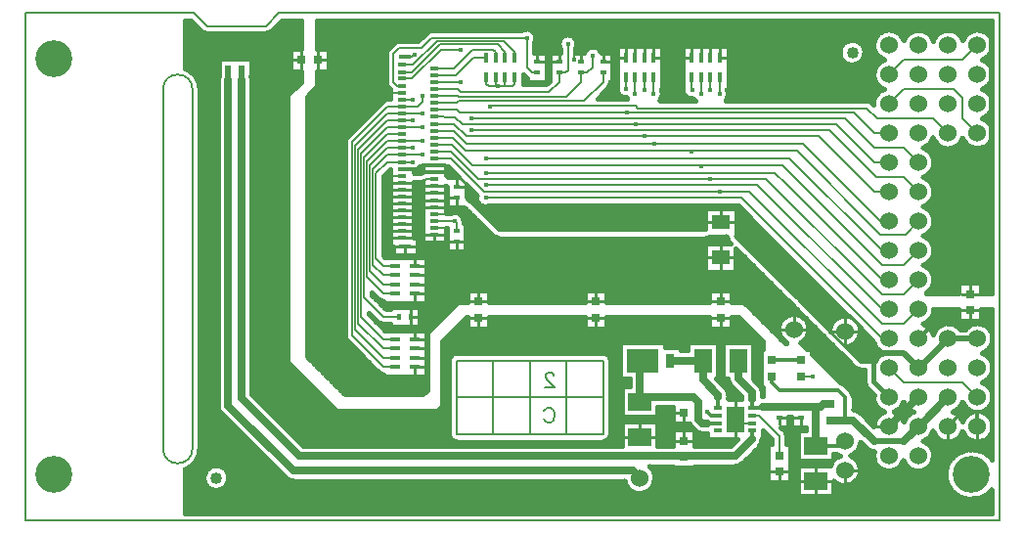
<source format=gbl>
%FSTAX23Y23*%
%MOIN*%
%SFA1B1*%

%IPPOS*%
%ADD10C,0.015000*%
%ADD11C,0.010000*%
%ADD12C,0.007000*%
%ADD13C,0.012000*%
%ADD14C,0.020000*%
%ADD15C,0.025000*%
%ADD16C,0.005000*%
%ADD17C,0.008000*%
%ADD18C,0.060000*%
%ADD19C,0.125980*%
%ADD20C,0.016000*%
%ADD21C,0.025000*%
%ADD22R,0.078740X0.059060*%
%ADD23R,0.078740X0.059060*%
%ADD24R,0.030000X0.030000*%
%ADD25R,0.015750X0.035000*%
%ADD26R,0.035000X0.015750*%
%ADD27R,0.027560X0.011810*%
%ADD28R,0.059060X0.090550*%
%ADD29R,0.030000X0.050000*%
%ADD30R,0.105120X0.078740*%
%ADD31R,0.030000X0.030000*%
%ADD32R,0.059060X0.078740*%
%ADD33R,0.059060X0.078740*%
%ADD34C,0.040000*%
%ADD35R,0.020000X0.018000*%
%ADD36R,0.060000X0.050000*%
%ADD37R,0.018000X0.020000*%
%ADD38R,0.039370X0.015750*%
%ADD39R,0.020000X0.098430*%
%ADD40R,0.031500X0.011810*%
%ADD41R,0.031500X0.011810*%
%LNmb895c-1*%
%LPD*%
G54D10*
X03295Y01639D02*
D01*
D01*
G75*
G03X03196Y01636I-00048J-00018D01*
G74*G01*
D01*
D01*
G75*
G03X03095Y01634I-00050J-00016D01*
G74*G01*
X03262Y0157D02*
D01*
D01*
G75*
G03X03295Y01601I-00016J00049D01*
G74*G01*
X03095Y01634D02*
D01*
D01*
G75*
G03X02995Y01636I-00050J-00014D01*
G74*G01*
D01*
D01*
G75*
G03X02928Y0157I-00050J-00016D01*
G74*G01*
X02862Y01595D02*
D01*
D01*
G75*
G03X02777I-00042J0D01*
G74*G01*
D01*
G75*
G03X02862I00042J0D01*
G74*G01*
X03295Y01539D02*
D01*
D01*
G75*
G03X03262Y0157I-00048J-00018D01*
G74*G01*
Y0147D02*
D01*
D01*
G75*
G03X03295Y01501I-00016J00049D01*
G74*G01*
Y01439D02*
D01*
D01*
G75*
G03X03262Y0147I-00048J-00018D01*
G74*G01*
Y0137D02*
D01*
D01*
G75*
G03X03295Y01401I-00016J00049D01*
G74*G01*
Y01339D02*
D01*
D01*
G75*
G03X03262Y0137I-00048J-00018D01*
G74*G01*
X03196Y01304D02*
D01*
D01*
G75*
G03X03295Y01301I00050J00016D01*
G74*G01*
X03095Y01305D02*
D01*
D01*
G75*
G03X03196Y01304I00050J00014D01*
G74*G01*
X02928Y0157D02*
D01*
D01*
G75*
G03Y0147I00016J-00050D01*
G74*G01*
X03061Y0127D02*
D01*
D01*
G75*
G03X03095Y01305I-00016J00049D01*
G74*G01*
X03097Y0122D02*
D01*
D01*
G75*
G03X03061Y0127I-00052J-0D01*
G74*G01*
Y0117D02*
D01*
D01*
G75*
G03X03097Y0122I-00016J00049D01*
G74*G01*
Y0112D02*
D01*
D01*
G75*
G03X03061Y0117I-00052J-0D01*
G74*G01*
Y0107D02*
D01*
D01*
G75*
G03X03097Y0112I-00016J00049D01*
G74*G01*
Y0102D02*
D01*
D01*
G75*
G03X03061Y0107I-00052J-0D01*
G74*G01*
X02888Y01423D02*
D01*
D01*
G75*
G03X02869Y01431I-00018J-00018D01*
G74*G01*
X02928Y0147D02*
D01*
D01*
G75*
G03X02892Y01419I00016J-00049D01*
G74*G01*
X02888Y01423D02*
D01*
D01*
G75*
G03X02869Y01431I-00018J-00018D01*
G74*G01*
X01876Y01609D02*
D01*
D01*
G75*
G03X0188Y01625I-00025J00015D01*
G74*G01*
D01*
D01*
G75*
G03X01824Y01609I-00030J0D01*
G74*G01*
X01963Y01595D02*
D01*
D01*
G75*
G03X01906I-00028J-00010D01*
G74*G01*
X02397Y01453D02*
D01*
D01*
G75*
G03X02393Y01469I-00030J-0D01*
G74*G01*
X02242Y01471D02*
D01*
D01*
G75*
G03X02277Y01437I00030J-00003D01*
G74*G01*
X02388Y01431D02*
D01*
D01*
G75*
G03X02397Y01453I-00021J00021D01*
G74*G01*
X02277Y01437D02*
D01*
D01*
G75*
G03X02283Y01431I00026J00015D01*
G74*G01*
X02172Y01453D02*
D01*
D01*
G75*
G03X02168Y01469I-00030J-0D01*
G74*G01*
X02163Y01431D02*
D01*
D01*
G75*
G03X02172Y01453I-00021J00021D01*
G74*G01*
X01988Y01476D02*
D01*
D01*
G75*
G03X01996Y01494I-00018J00018D01*
G74*G01*
X01988Y01476D02*
D01*
D01*
G75*
G03X01996Y01494I-00018J00018D01*
G74*G01*
X02017Y01473D02*
D01*
D01*
G75*
G03X02052Y0144I00030J-00002D01*
G74*G01*
X03072Y00775D02*
D01*
D01*
G75*
G03X03097Y0082I-00027J00045D01*
G74*G01*
X03061Y0097D02*
D01*
D01*
G75*
G03X03097Y0102I-00016J00049D01*
G74*G01*
Y0092D02*
D01*
D01*
G75*
G03X03061Y0097I-00052J-0D01*
G74*G01*
Y0087D02*
D01*
D01*
G75*
G03X03097Y0092I-00016J00049D01*
G74*G01*
Y0082D02*
D01*
D01*
G75*
G03X03061Y0087I-00052J-0D01*
G74*G01*
X02608Y00745D02*
D01*
D01*
G75*
G03X02613Y00736I00025J00010D01*
G74*G01*
X02608Y00745D02*
D01*
D01*
G75*
G03X02613Y00736I00025J00010D01*
G74*G01*
X02608Y00745D02*
D01*
D01*
G75*
G03X02613Y00736I00025J00010D01*
G74*G01*
X02608Y00745D02*
D01*
D01*
G75*
G03X02613Y00736I00025J00010D01*
G74*G01*
X02608Y00745D02*
D01*
D01*
G75*
G03X02613Y00736I00025J00010D01*
G74*G01*
X02608Y00745D02*
D01*
D01*
G75*
G03X02613Y00736I00025J00010D01*
G74*G01*
X02608Y00745D02*
D01*
D01*
G75*
G03X02613Y00736I00025J00010D01*
G74*G01*
X02608Y00745D02*
D01*
D01*
G75*
G03X02613Y00736I00025J00010D01*
G74*G01*
X02608Y00745D02*
D01*
D01*
G75*
G03X02613Y00736I00025J00010D01*
G74*G01*
X02608Y00745D02*
D01*
D01*
G75*
G03X02613Y00736I00025J00010D01*
G74*G01*
X02608Y00745D02*
D01*
D01*
G75*
G03X02613Y00736I00025J00010D01*
G74*G01*
X02608Y00745D02*
D01*
D01*
G75*
G03X02613Y00736I00025J00010D01*
G74*G01*
X02608Y00745D02*
D01*
D01*
G75*
G03X02613Y00736I00025J00010D01*
G74*G01*
X02608Y00745D02*
D01*
D01*
G75*
G03X02613Y00736I00025J00010D01*
G74*G01*
X02672Y00652D02*
D01*
D01*
G75*
G03X02596Y00605I-00052J-0D01*
G74*G01*
X02608Y00745D02*
D01*
D01*
G75*
G03X02613Y00736I00025J00010D01*
G74*G01*
X02608Y00745D02*
D01*
D01*
G75*
G03X02613Y00736I00025J00010D01*
G74*G01*
X02608Y00745D02*
D01*
D01*
G75*
G03X02613Y00736I00025J00010D01*
G74*G01*
X02608Y00745D02*
D01*
D01*
G75*
G03X02613Y00736I00025J00010D01*
G74*G01*
X02608Y00745D02*
D01*
D01*
G75*
G03X02613Y00736I00025J00010D01*
G74*G01*
X02608Y00745D02*
D01*
D01*
G75*
G03X02613Y00736I00025J00010D01*
G74*G01*
X02995Y00404D02*
D01*
D01*
G75*
G03X03028Y0037I00050J00016D01*
G74*G01*
X02961D02*
D01*
D01*
G75*
G03X02995Y00404I-00016J00049D01*
G74*G01*
X02893Y00429D02*
D01*
D01*
G75*
G03X02928Y0037I00051J-00009D01*
G74*G01*
X02827Y00522D02*
D01*
D01*
G75*
G03X02847Y00514I00019J00019D01*
G74*G01*
X02827Y00522D02*
D01*
D01*
G75*
G03X02847Y00514I00019J00019D01*
G74*G01*
X02861Y00473D02*
D01*
D01*
G75*
G03X0287Y00452I00030J0D01*
G74*G01*
X02861Y00473D02*
D01*
D01*
G75*
G03X0287Y00452I00030J0D01*
G74*G01*
X03028Y0037D02*
D01*
D01*
G75*
G03X02995Y00336I00016J-00049D01*
G74*G01*
D01*
D01*
G75*
G03X02961Y0037I-00050J-00016D01*
G74*G01*
X02928D02*
D01*
D01*
G75*
G03X02892Y00322I00016J-00049D01*
G74*G01*
X02847Y00367D02*
D01*
D01*
G75*
G03X02823Y00377I-00024J-00024D01*
G74*G01*
X02847Y00367D02*
D01*
D01*
G75*
G03X02823Y00377I-00024J-00024D01*
G74*G01*
X02643Y00605D02*
D01*
D01*
G75*
G03X02672Y00652I-00023J00046D01*
G74*G01*
X02823Y0042D02*
D01*
D01*
G75*
G03X02815Y0044I-00028J-0D01*
G74*G01*
X02823Y0042D02*
D01*
D01*
G75*
G03X02815Y0044I-00028J-0D01*
G74*G01*
X0279Y00465D02*
D01*
D01*
G75*
G03X02777Y00472I-00020J-00020D01*
G74*G01*
X0279Y00465D02*
D01*
D01*
G75*
G03X02777Y00472I-00020J-00020D01*
G74*G01*
X0239Y00968D02*
D01*
D01*
G75*
G03X02398Y00951I00027J00002D01*
G74*G01*
X0232Y00962D02*
D01*
D01*
G75*
G03X02336Y00968I0J00027D01*
G74*G01*
X0232Y00962D02*
D01*
D01*
G75*
G03X02336Y00968I0J00027D01*
G74*G01*
X02599Y0075D02*
D01*
D01*
G75*
G03X02608Y00745I00019J00019D01*
G74*G01*
X02599Y0075D02*
D01*
D01*
G75*
G03X02608Y00745I00019J00019D01*
G74*G01*
X02599Y0075D02*
D01*
D01*
G75*
G03X02608Y00745I00019J00019D01*
G74*G01*
X02599Y0075D02*
D01*
D01*
G75*
G03X02608Y00745I00019J00019D01*
G74*G01*
X02599Y0075D02*
D01*
D01*
G75*
G03X02608Y00745I00019J00019D01*
G74*G01*
X02599Y0075D02*
D01*
D01*
G75*
G03X02608Y00745I00019J00019D01*
G74*G01*
X02599Y0075D02*
D01*
D01*
G75*
G03X02608Y00745I00019J00019D01*
G74*G01*
X02599Y0075D02*
D01*
D01*
G75*
G03X02608Y00745I00019J00019D01*
G74*G01*
X02599Y0075D02*
D01*
D01*
G75*
G03X02608Y00745I00019J00019D01*
G74*G01*
X02599Y0075D02*
D01*
D01*
G75*
G03X02608Y00745I00019J00019D01*
G74*G01*
X02599Y0075D02*
D01*
D01*
G75*
G03X02608Y00745I00019J00019D01*
G74*G01*
X02599Y0075D02*
D01*
D01*
G75*
G03X02608Y00745I00019J00019D01*
G74*G01*
X02599Y0075D02*
D01*
D01*
G75*
G03X02608Y00745I00019J00019D01*
G74*G01*
X02599Y0075D02*
D01*
D01*
G75*
G03X02608Y00745I00019J00019D01*
G74*G01*
X02599Y0075D02*
D01*
D01*
G75*
G03X02608Y00745I00019J00019D01*
G74*G01*
X02599Y0075D02*
D01*
D01*
G75*
G03X02608Y00745I00019J00019D01*
G74*G01*
X02599Y0075D02*
D01*
D01*
G75*
G03X02608Y00745I00019J00019D01*
G74*G01*
X02599Y0075D02*
D01*
D01*
G75*
G03X02608Y00745I00019J00019D01*
G74*G01*
X02599Y0075D02*
D01*
D01*
G75*
G03X02608Y00745I00019J00019D01*
G74*G01*
X02599Y0075D02*
D01*
D01*
G75*
G03X02608Y00745I00019J00019D01*
G74*G01*
X02599Y0075D02*
D01*
D01*
G75*
G03X02608Y00745I00019J00019D01*
G74*G01*
D01*
D01*
G75*
G03X02613Y00736I00025J00010D01*
G74*G01*
X02608Y00745D02*
D01*
D01*
G75*
G03X02613Y00736I00025J00010D01*
G74*G01*
X02608Y00745D02*
D01*
D01*
G75*
G03X02613Y00736I00025J00010D01*
G74*G01*
X02608Y00745D02*
D01*
D01*
G75*
G03X02613Y00736I00025J00010D01*
G74*G01*
X02608Y00745D02*
D01*
D01*
G75*
G03X02613Y00736I00025J00010D01*
G74*G01*
X02608Y00745D02*
D01*
D01*
G75*
G03X02613Y00736I00025J00010D01*
G74*G01*
X02608Y00745D02*
D01*
D01*
G75*
G03X02613Y00736I00025J00010D01*
G74*G01*
X02608Y00745D02*
D01*
D01*
G75*
G03X02613Y00736I00025J00010D01*
G74*G01*
X02608Y00745D02*
D01*
D01*
G75*
G03X02613Y00736I00025J00010D01*
G74*G01*
X02608Y00745D02*
D01*
D01*
G75*
G03X02613Y00736I00025J00010D01*
G74*G01*
X02608Y00745D02*
D01*
D01*
G75*
G03X02613Y00736I00025J00010D01*
G74*G01*
X02608Y00745D02*
D01*
D01*
G75*
G03X02613Y00736I00025J00010D01*
G74*G01*
X02608Y00745D02*
D01*
D01*
G75*
G03X02613Y00736I00025J00010D01*
G74*G01*
X02608Y00745D02*
D01*
D01*
G75*
G03X02613Y00736I00025J00010D01*
G74*G01*
X02599Y0075D02*
D01*
D01*
G75*
G03X02608Y00745I00019J00019D01*
G74*G01*
D01*
D01*
G75*
G03X02613Y00736I00025J00010D01*
G74*G01*
X02608Y00745D02*
D01*
D01*
G75*
G03X02613Y00736I00025J00010D01*
G74*G01*
X02608Y00745D02*
D01*
D01*
G75*
G03X02613Y00736I00025J00010D01*
G74*G01*
X02608Y00745D02*
D01*
D01*
G75*
G03X02613Y00736I00025J00010D01*
G74*G01*
X02608Y00745D02*
D01*
D01*
G75*
G03X02613Y00736I00025J00010D01*
G74*G01*
X02599Y0075D02*
D01*
D01*
G75*
G03X02608Y00745I00019J00019D01*
G74*G01*
X02599Y0075D02*
D01*
D01*
G75*
G03X02608Y00745I00019J00019D01*
G74*G01*
X02599Y0075D02*
D01*
D01*
G75*
G03X02608Y00745I00019J00019D01*
G74*G01*
X02599Y0075D02*
D01*
D01*
G75*
G03X02608Y00745I00019J00019D01*
G74*G01*
X02599Y0075D02*
D01*
D01*
G75*
G03X02608Y00745I00019J00019D01*
G74*G01*
X02599Y0075D02*
D01*
D01*
G75*
G03X02608Y00745I00019J00019D01*
G74*G01*
X02599Y0075D02*
D01*
D01*
G75*
G03X02608Y00745I00019J00019D01*
G74*G01*
X02599Y0075D02*
D01*
D01*
G75*
G03X02608Y00745I00019J00019D01*
G74*G01*
X02599Y0075D02*
D01*
D01*
G75*
G03X02608Y00745I00019J00019D01*
G74*G01*
X02599Y0075D02*
D01*
D01*
G75*
G03X02608Y00745I00019J00019D01*
G74*G01*
X02599Y0075D02*
D01*
D01*
G75*
G03X02608Y00745I00019J00019D01*
G74*G01*
X02599Y0075D02*
D01*
D01*
G75*
G03X02608Y00745I00019J00019D01*
G74*G01*
X02599Y0075D02*
D01*
D01*
G75*
G03X02608Y00745I00019J00019D01*
G74*G01*
X02599Y0075D02*
D01*
D01*
G75*
G03X02608Y00745I00019J00019D01*
G74*G01*
X02599Y0075D02*
D01*
D01*
G75*
G03X02608Y00745I00019J00019D01*
G74*G01*
X02599Y0075D02*
D01*
D01*
G75*
G03X02608Y00745I00019J00019D01*
G74*G01*
X02599Y0075D02*
D01*
D01*
G75*
G03X02608Y00745I00019J00019D01*
G74*G01*
X0174Y01645D02*
D01*
D01*
G75*
G03X01692Y0167I-00030J0D01*
G74*G01*
X01736Y01629D02*
D01*
D01*
G75*
G03X0174Y01645I-00025J00015D01*
G74*G01*
X01385Y0167D02*
D01*
D01*
G75*
G03X01367Y01662I0J-00025D01*
G74*G01*
X01385Y0167D02*
D01*
D01*
G75*
G03X01367Y01662I0J-00025D01*
G74*G01*
X01352Y01154D02*
D01*
D01*
G75*
G03X01356Y01155I0J00026D01*
G74*G01*
X01352Y01154D02*
D01*
D01*
G75*
G03X01356Y01155I0J00026D01*
G74*G01*
X01433Y01139D02*
D01*
D01*
G75*
G03X01437Y01138I00006J00027D01*
G74*G01*
X01352Y01154D02*
D01*
D01*
G75*
G03X01356Y01155I0J00026D01*
G74*G01*
X01495Y0102D02*
D01*
D01*
G75*
G03X01452Y01048I-00030J-0D01*
G74*G01*
X01496Y01015D02*
D01*
D01*
G75*
G03X01495Y0102I-00026J-0D01*
G74*G01*
X01496Y01015D02*
D01*
D01*
G75*
G03X01495Y0102I-00026J-0D01*
G74*G01*
X01275Y01635D02*
D01*
D01*
G75*
G03X01257Y01627I0J-00025D01*
G74*G01*
X01275Y01635D02*
D01*
D01*
G75*
G03X01257Y01627I0J-00025D01*
G74*G01*
X01237Y01607D02*
D01*
D01*
G75*
G03X0123Y0159I00017J-00017D01*
G74*G01*
X01237Y01607D02*
D01*
D01*
G75*
G03X0123Y0159I00017J-00017D01*
G74*G01*
Y01495D02*
D01*
D01*
G75*
G03X01237Y01477I00024J-0D01*
G74*G01*
X0123Y01495D02*
D01*
D01*
G75*
G03X01237Y01477I00024J-0D01*
G74*G01*
X01235Y01436D02*
D01*
D01*
G75*
G03X01217Y01429I-0J-00024D01*
G74*G01*
X01235Y01436D02*
D01*
D01*
G75*
G03X01217Y01429I-0J-00024D01*
G74*G01*
X01097Y01309D02*
D01*
D01*
G75*
G03X0109Y01291I00017J-00017D01*
G74*G01*
X01097Y01309D02*
D01*
D01*
G75*
G03X0109Y01291I00017J-00017D01*
G74*G01*
X01595Y0097D02*
D01*
D01*
G75*
G03X01615Y00962I00019J00019D01*
G74*G01*
X01595Y0097D02*
D01*
D01*
G75*
G03X01615Y00962I00019J00019D01*
G74*G01*
X01204Y00755D02*
D01*
D01*
G75*
G03X01221Y00748I00017J00017D01*
G74*G01*
X01204Y00755D02*
D01*
D01*
G75*
G03X01221Y00748I00017J00017D01*
G74*G01*
X01202Y00677D02*
D01*
D01*
G75*
G03X0122Y0067I00017J00017D01*
G74*G01*
X01202Y00677D02*
D01*
D01*
G75*
G03X0122Y0067I00017J00017D01*
G74*G01*
X0109Y0063D02*
D01*
D01*
G75*
G03X01097Y00613I00025J0D01*
G74*G01*
X0109Y0063D02*
D01*
D01*
G75*
G03X01097Y00613I00025J0D01*
G74*G01*
X01205Y00505D02*
D01*
D01*
G75*
G03X01221Y00498I00017J00017D01*
G74*G01*
X01205Y00505D02*
D01*
D01*
G75*
G03X01221Y00498I00017J00017D01*
G74*G01*
X03295Y00639D02*
D01*
D01*
G75*
G03X03204Y00652I-00048J-00018D01*
G74*G01*
X03262Y0057D02*
D01*
D01*
G75*
G03X03295Y00601I-00016J00049D01*
G74*G01*
Y00539D02*
D01*
D01*
G75*
G03X03262Y0057I-00048J-00018D01*
G74*G01*
X03061Y0067D02*
D01*
D01*
G75*
G03X03097Y0072I-00016J00049D01*
G74*G01*
X03187Y00652D02*
D01*
D01*
G75*
G03X03095Y00634I-00041J-00032D01*
G74*G01*
D01*
D01*
G75*
G03X03061Y0067I-00050J-00014D01*
G74*G01*
X03262Y0047D02*
D01*
D01*
G75*
G03X03295Y00501I-00016J00049D01*
G74*G01*
Y00439D02*
D01*
D01*
G75*
G03X03262Y0047I-00048J-00018D01*
G74*G01*
Y0037D02*
D01*
D01*
G75*
G03X03295Y00401I-00016J00049D01*
G74*G01*
X03196Y00404D02*
D01*
D01*
G75*
G03X03229Y0037I00050J00016D01*
G74*G01*
X03162D02*
D01*
D01*
G75*
G03X03196Y00404I-00016J00049D01*
G74*G01*
X03295Y00339D02*
D01*
D01*
G75*
G03X03262Y0037I-00048J-00018D01*
G74*G01*
X03229D02*
D01*
D01*
G75*
G03X03196Y00336I00016J-00049D01*
G74*G01*
D01*
D01*
G75*
G03X03162Y0037I-00050J-00016D01*
G74*G01*
X02512Y00438D02*
D01*
D01*
G75*
G03X02507Y00455I-00034J0D01*
G74*G01*
X02512Y00438D02*
D01*
D01*
G75*
G03X02507Y00455I-00034J0D01*
G74*G01*
X02507Y00455D02*
D01*
D01*
G75*
G03X02501Y00462I-00030J-00017D01*
G74*G01*
X02507Y00455D02*
D01*
D01*
G75*
G03X02501Y00462I-00030J-00017D01*
G74*G01*
X02395Y00483D02*
D01*
D01*
G75*
G03X02405Y0046I00034J00001D01*
G74*G01*
X02395Y00483D02*
D01*
D01*
G75*
G03X02405Y0046I00034J00001D01*
G74*G01*
X02397Y00427D02*
D01*
D01*
G75*
G03X02387Y00452I-00035J-0D01*
G74*G01*
X02397Y00427D02*
D01*
D01*
G75*
G03X02387Y00452I-00035J-0D01*
G74*G01*
X02397Y00413D02*
D01*
D01*
G75*
G03X02397Y0042I-00034J00007D01*
G74*G01*
X02263Y0033D02*
D01*
D01*
G75*
G03X0227Y0032I00031J00015D01*
G74*G01*
X02263Y0033D02*
D01*
D01*
G75*
G03X0227Y0032I00031J00014D01*
G74*G01*
X03196Y00304D02*
D01*
D01*
G75*
G03X03295Y00301I00050J00016D01*
G74*G01*
X03095Y00305D02*
D01*
D01*
G75*
G03X03196Y00304I00050J00014D01*
G74*G01*
X03061Y0027D02*
D01*
D01*
G75*
G03X03095Y00305I-00016J00049D01*
G74*G01*
X03295Y00209D02*
D01*
D01*
G75*
G03X03198Y00238I-00068J-00051D01*
G74*G01*
D01*
D01*
G75*
G03X03251Y00075I00024J-00081D01*
G74*G01*
X0287Y00245D02*
D01*
D01*
G75*
G03X02894Y00235I00024J00024D01*
G74*G01*
X03097Y0022D02*
D01*
D01*
G75*
G03X03061Y0027I-00052J-0D01*
G74*G01*
X02813Y0022D02*
D01*
D01*
G75*
G03X02848Y00267I-00017J00049D01*
G74*G01*
X02766Y00226D02*
D01*
D01*
G75*
G03X02777Y00221I00029J00043D01*
G74*G01*
X02894Y00235D02*
D01*
D01*
G75*
G03X02995Y00204I00050J-00014D01*
G74*G01*
D01*
D01*
G75*
G03X03097Y0022I00049J00016D01*
G74*G01*
X02777Y00221D02*
D01*
D01*
G75*
G03X02756Y00208I00017J-00049D01*
G74*G01*
X02847Y00172D02*
D01*
D01*
G75*
G03X02813Y0022I-00052J-0D01*
G74*G01*
X02756Y00208D02*
D01*
D01*
G75*
G03X02752Y00203I00038J-00036D01*
G74*G01*
D01*
D01*
G75*
G03X02744Y00187I00042J-00031D01*
G74*G01*
X03251Y00075D02*
D01*
D01*
G75*
G03X03295Y00105I-00024J00082D01*
G74*G01*
X02756Y00135D02*
D01*
D01*
G75*
G03X02847Y00172I00038J00036D01*
G74*G01*
X02596Y00288D02*
D01*
D01*
G75*
G03X02588Y00306I-00026J-0D01*
G74*G01*
X02596Y00288D02*
D01*
D01*
G75*
G03X02588Y00306I-00026J-0D01*
G74*G01*
X02501Y00252D02*
D01*
D01*
G75*
G03X02512Y00277I-00024J00024D01*
G74*G01*
X02283Y00307D02*
D01*
D01*
G75*
G03X02307Y00297I00024J00024D01*
G74*G01*
X02283Y00307D02*
D01*
D01*
G75*
G03X02307Y00297I00024J00024D01*
G74*G01*
X0242Y00185D02*
D01*
D01*
G75*
G03X02444Y00195I0J00034D01*
G74*G01*
X0242Y00185D02*
D01*
D01*
G75*
G03X02444Y00195I0J00034D01*
G74*G01*
X02147Y00145D02*
D01*
D01*
G75*
G03X02129Y00185I-00052J0D01*
G74*G01*
X02043Y00135D02*
D01*
D01*
G75*
G03X02147Y00145I00051J00009D01*
G74*G01*
X01996Y00545D02*
D01*
D01*
G75*
G03X0197Y00571I-00026J0D01*
G74*G01*
X01996Y00545D02*
D01*
D01*
G75*
G03X0197Y00571I-00026J0D01*
G74*G01*
X0147D02*
D01*
D01*
G75*
G03X01444Y00545I0J-00026D01*
G74*G01*
X0147Y00571D02*
D01*
D01*
G75*
G03X01444Y00545I0J-00026D01*
G74*G01*
X0082Y0166D02*
D01*
D01*
G75*
G03X00837Y01667I0J00024D01*
G74*G01*
X0082Y0166D02*
D01*
D01*
G75*
G03X00837Y01667I0J00024D01*
G74*G01*
X00602D02*
D01*
D01*
G75*
G03X0062Y0166I00017J00017D01*
G74*G01*
X00602Y01667D02*
D01*
D01*
G75*
G03X0062Y0166I00017J00017D01*
G74*G01*
X00772Y01502D02*
D01*
D01*
G75*
G03X0077Y01515I-00034J0D01*
G74*G01*
X0066D02*
D01*
D01*
G75*
G03X00657Y01502I00032J-00012D01*
G74*G01*
X00595Y0147D02*
D01*
D01*
G75*
G03X00545Y01541I-00075J-0D01*
G74*G01*
X0197Y00269D02*
D01*
D01*
G75*
G03X01996Y00295I0J00026D01*
G74*G01*
X0197Y00269D02*
D01*
D01*
G75*
G03X01996Y00295I0J00026D01*
G74*G01*
X01444D02*
D01*
D01*
G75*
G03X0147Y00269I00026J0D01*
G74*G01*
X01444Y00295D02*
D01*
D01*
G75*
G03X0147Y00269I00026J0D01*
G74*G01*
X00657Y00392D02*
D01*
D01*
G75*
G03X00667Y00367I00035J0D01*
G74*G01*
X00657Y00392D02*
D01*
D01*
G75*
G03X00667Y00367I00034J-0D01*
G74*G01*
X0089Y00145D02*
D01*
D01*
G75*
G03X00915Y00135I00024J00024D01*
G74*G01*
X0089Y00145D02*
D01*
D01*
G75*
G03X00915Y00135I00024J00024D01*
G74*G01*
X00545Y00174D02*
D01*
D01*
G75*
G03X00595Y00245I-00025J00070D01*
G74*G01*
X00694Y00145D02*
D01*
D01*
G75*
G03X00609I-00042J0D01*
G74*G01*
D01*
G75*
G03X00694I00042J0D01*
G74*G01*
X03265Y01668D02*
Y01705D01*
X0325Y01672D02*
Y01705D01*
X0328Y01659D02*
Y01705D01*
X03235Y01671D02*
Y01705D01*
X0322Y01666D02*
Y01705D01*
X03175Y01663D02*
Y01705D01*
X03273Y01665D02*
X03295D01*
X0316Y0167D02*
Y01705D01*
X03173Y01665D02*
X03218D01*
X03145Y01672D02*
Y01705D01*
X0313Y0167D02*
Y01705D01*
X0307Y01665D02*
Y01705D01*
X03055Y01671D02*
Y01705D01*
X03115Y01663D02*
Y01705D01*
X0304Y01672D02*
Y01705D01*
X03025Y01669D02*
Y01705D01*
X02965Y01668D02*
Y01705D01*
X03072Y01665D02*
X03118D01*
X0295Y01672D02*
Y01705D01*
X02972Y01665D02*
X03017D01*
X02935Y01672D02*
Y01705D01*
X0292Y01666D02*
Y01705D01*
X03289Y0165D02*
X03295D01*
X03205Y01654D02*
Y01705D01*
X03295Y01639D02*
Y01705D01*
X0319Y01647D02*
Y01705D01*
X03288Y0159D02*
X03295D01*
Y01539D02*
Y01601D01*
X03189Y0165D02*
X03202D01*
X03088D02*
X03102D01*
X03085Y01653D02*
Y01705D01*
X0301Y0166D02*
Y01705D01*
X031Y01647D02*
Y01705D01*
X0298Y01658D02*
Y01705D01*
X02995Y01638D02*
Y01705D01*
X02988Y0165D02*
X03001D01*
X02905Y01655D02*
Y01705D01*
Y01555D02*
Y01585D01*
X0286Y01606D02*
Y01705D01*
X02845Y01628D02*
Y01705D01*
X02875Y0143D02*
Y01705D01*
X01867Y0165D02*
X02901D01*
X02815Y01637D02*
Y01705D01*
X0283Y01636D02*
Y01705D01*
X02854Y0162D02*
X02892D01*
X02861Y01605D02*
X02894D01*
X02862Y0159D02*
X02902D01*
X02835Y01635D02*
X02894D01*
X028Y01633D02*
Y01705D01*
X02785Y0162D02*
Y01705D01*
X0277Y01431D02*
Y01705D01*
X02755Y01431D02*
Y01705D01*
X0274Y01431D02*
Y01705D01*
X02397Y01605D02*
X02778D01*
X02397Y0159D02*
X02777D01*
X02725Y01431D02*
Y01705D01*
X01878Y01635D02*
X02804D01*
X0188Y0162D02*
X02785D01*
X0271Y01431D02*
Y01705D01*
X02695Y01431D02*
Y01705D01*
X0289Y0142D02*
Y01705D01*
X0268Y01431D02*
Y01705D01*
X02665Y01431D02*
Y01705D01*
X0265Y01431D02*
Y01705D01*
X02635Y01431D02*
Y01705D01*
X0262Y01431D02*
Y01705D01*
X02605Y01431D02*
Y01705D01*
X0259Y01431D02*
Y01705D01*
X02575Y01431D02*
Y01705D01*
X0256Y01431D02*
Y01705D01*
X02545Y01431D02*
Y01705D01*
X0253Y01431D02*
Y01705D01*
X02515Y01431D02*
Y01705D01*
X025Y01431D02*
Y01705D01*
X02485Y01431D02*
Y01705D01*
X0247Y01431D02*
Y01705D01*
X02455Y01431D02*
Y01705D01*
X0244Y01431D02*
Y01705D01*
X02425Y01431D02*
Y01705D01*
X0328Y0156D02*
X03295D01*
X03284Y01485D02*
X03295D01*
Y01439D02*
Y01501D01*
X03272Y01575D02*
X03295D01*
X03262Y0147D02*
X03295D01*
X03285Y01455D02*
X03295D01*
X03279Y0138D02*
X03295D01*
X0328Y01559D02*
Y01581D01*
Y01459D02*
Y01481D01*
X03295Y01339D02*
Y01401D01*
X0328Y01359D02*
Y01381D01*
X03273Y01365D02*
X03295D01*
X03289Y0135D02*
X03295D01*
X03288Y0129D02*
X03295D01*
X03188D02*
X03203D01*
X03087D02*
X03103D01*
X03272Y01275D02*
X03295D01*
X03096Y0123D02*
X03295D01*
X03091Y01245D02*
X03295D01*
X03097Y01215D02*
X03295D01*
X03093Y012D02*
X03295D01*
X03093Y0114D02*
X03295D01*
X03097Y01125D02*
X03295D01*
X03096Y0111D02*
X03295D01*
X03083Y01185D02*
X03295D01*
X03084Y01155D02*
X03295D01*
X03172Y01275D02*
X03219D01*
X03091Y01095D02*
X03295D01*
X03085Y01253D02*
Y01287D01*
Y01153D02*
Y01187D01*
X03095Y01035D02*
X03295D01*
X03097Y0102D02*
X03295D01*
X03095Y01005D02*
X03295D01*
X03088Y0105D02*
X03295D01*
X03087Y0099D02*
X03295D01*
X0292Y01566D02*
Y01573D01*
X02857Y01575D02*
X02918D01*
X02843Y0156D02*
X0291D01*
X02397Y01545D02*
X02898D01*
X02397Y015D02*
X02896D01*
X0292Y01466D02*
Y01473D01*
X02397Y01485D02*
X02906D01*
X02905Y01455D02*
Y01485D01*
X02397Y01455D02*
X02905D01*
X02394Y0144D02*
X02896D01*
X0286Y01431D02*
Y01583D01*
X02845Y01431D02*
Y01561D01*
X02785Y01431D02*
Y01569D01*
X02397Y01575D02*
X02782D01*
X02397Y0156D02*
X02796D01*
X0283Y01431D02*
Y01554D01*
X02815Y01431D02*
Y01552D01*
X028Y01431D02*
Y01557D01*
X02397Y0153D02*
X02893D01*
X02397Y01515D02*
X02892D01*
X03071Y01275D02*
X03119D01*
X03079Y0126D02*
X03295D01*
X03061Y0117D02*
X03295D01*
X03078Y0108D02*
X03295D01*
X03072Y01065D02*
X03295D01*
X02886Y01425D02*
X02892D01*
X02388Y01431D02*
X02869D01*
X0307Y01265D02*
Y01274D01*
Y01165D02*
Y01174D01*
X03085Y01053D02*
Y01087D01*
X02888Y01423D02*
X02892Y01419D01*
X0307Y01065D02*
Y01074D01*
X02395Y01618D02*
Y01705D01*
X0238Y01618D02*
Y01705D01*
X02365Y01618D02*
Y01705D01*
X0235Y01618D02*
Y01705D01*
X0232Y01618D02*
Y01705D01*
X02305Y01618D02*
Y01705D01*
X02366Y01618D02*
X02397D01*
X02336D02*
X02366D01*
X02336D02*
X02366D01*
X02305D02*
X02334D01*
X02305D02*
X02334D01*
X0229D02*
Y01705D01*
X02275Y01618D02*
Y01705D01*
X0226Y01618D02*
Y01705D01*
X02245Y01618D02*
Y01705D01*
X0217Y01618D02*
Y01705D01*
X02273Y01618D02*
X02303D01*
X02273D02*
X02303D01*
X02242D02*
X02273D01*
X02155D02*
Y01705D01*
X0214Y01618D02*
Y01705D01*
X02397Y01551D02*
Y01618D01*
X0241Y01431D02*
Y01705D01*
X02242Y01551D02*
Y01618D01*
X0223Y01431D02*
Y01705D01*
X02215Y01431D02*
Y01705D01*
X02172Y01605D02*
X02242D01*
X02172Y0159D02*
X02242D01*
X022Y01431D02*
Y01705D01*
X02141Y01618D02*
X02172D01*
X02185Y01431D02*
Y01705D01*
X02125Y01618D02*
Y01705D01*
X02095Y01618D02*
Y01705D01*
X02111Y01618D02*
X02141D01*
X02172Y01551D02*
Y01618D01*
X02111D02*
X02141D01*
X0208D02*
X02109D01*
X0208D02*
Y01705D01*
X02065Y01618D02*
Y01705D01*
X0205Y01618D02*
Y01705D01*
X02035Y01618D02*
Y01705D01*
X0202Y01618D02*
Y01705D01*
X0208Y01618D02*
X02109D01*
X02048D02*
X02078D01*
X02048D02*
X02078D01*
X02017D02*
X02048D01*
X01958Y01605D02*
X02017D01*
X01945Y01613D02*
Y01705D01*
X0193Y01615D02*
Y01705D01*
X01915Y01609D02*
Y01705D01*
X01855Y01655D02*
Y01705D01*
X0187Y01647D02*
Y01705D01*
X0184Y01654D02*
Y01705D01*
X01876Y01605D02*
X01911D01*
X01825Y01644D02*
Y01705D01*
X02017Y01551D02*
Y01618D01*
X0199Y01595D02*
Y01705D01*
X02005Y01439D02*
Y01705D01*
X01975Y01595D02*
Y01705D01*
X0196Y01601D02*
Y01705D01*
X02002Y01557D02*
Y01595D01*
X01963D02*
X02002D01*
X01876D02*
X01906D01*
X019D02*
Y01705D01*
X01885Y01595D02*
Y01705D01*
X0181Y01595D02*
Y01705D01*
X01795Y01595D02*
Y01705D01*
X0178Y01492D02*
Y01705D01*
X01876Y01595D02*
Y01609D01*
X01824Y01595D02*
Y01609D01*
X01787Y01595D02*
X01824D01*
X01787Y01557D02*
Y01595D01*
X01777Y01557D02*
Y01595D01*
X02397Y01538D02*
Y01551D01*
Y01538D02*
Y01551D01*
X02172Y01575D02*
X02242D01*
X02172Y0156D02*
X02242D01*
Y01538D02*
Y01551D01*
Y01538D02*
Y01551D01*
X02397Y01471D02*
Y01538D01*
X02172Y01545D02*
X02242D01*
X02172Y0153D02*
X02242D01*
X02172Y01538D02*
Y01551D01*
Y01538D02*
Y01551D01*
X02017Y01538D02*
Y01551D01*
X02172Y01515D02*
X02242D01*
X02172Y015D02*
X02242D01*
X02172Y01485D02*
X02242D01*
X02017Y01538D02*
Y01551D01*
Y01473D02*
Y01538D01*
X02393Y01471D02*
X02397D01*
X02395Y01463D02*
Y01471D01*
Y01431D02*
Y01442D01*
X02275Y01431D02*
Y01437D01*
X0226Y01431D02*
Y01439D01*
X02169Y0144D02*
X0226D01*
X02163Y01431D02*
X02283D01*
X02242Y01471D02*
Y01538D01*
X02172Y01471D02*
Y01538D01*
X02168Y01471D02*
X02172D01*
X0217Y01463D02*
Y01471D01*
X02172Y01455D02*
X02245D01*
X02245Y01431D02*
Y01453D01*
X0217Y01431D02*
Y01442D01*
X0202Y01439D02*
Y01456D01*
X02002Y0159D02*
X02017D01*
X02002Y01575D02*
X02017D01*
X02002Y0156D02*
X02017D01*
X02002Y01532D02*
Y01557D01*
Y01532D02*
Y01557D01*
Y01545D02*
X02017D01*
X02002Y0153D02*
X02017D01*
X01777Y0159D02*
X01787D01*
Y01532D02*
Y01557D01*
X01777Y01575D02*
X01787D01*
X01777Y0156D02*
X01787D01*
Y01532D02*
Y01557D01*
X01777Y01532D02*
Y01557D01*
Y01532D02*
Y01557D01*
Y01545D02*
X01787D01*
X01777Y0153D02*
X01787D01*
X02002Y01515D02*
X02017D01*
X02002Y015D02*
X02017D01*
X02002Y01494D02*
Y01532D01*
X01996Y01494D02*
X02002D01*
X01993Y01485D02*
X02017D01*
X01981Y0147D02*
X02017D01*
X01966Y01455D02*
X02021D01*
X01951Y01439D02*
X02052D01*
X01777Y01515D02*
X01787D01*
Y01499D02*
Y01532D01*
X01777Y01494D02*
Y01532D01*
Y015D02*
X01787D01*
X01774Y01486D02*
X01787Y01499D01*
X0199Y01439D02*
Y01479D01*
X01975Y01439D02*
Y01464D01*
X0196Y01439D02*
Y01449D01*
X01765Y01486D02*
Y01494D01*
X01951Y01439D02*
X01988Y01476D01*
X03096Y0093D02*
X03295D01*
X03097Y00915D02*
X03295D01*
X03093Y009D02*
X03295D01*
X03071Y00975D02*
X03295D01*
X03079Y0096D02*
X03295D01*
X03091Y00945D02*
X03295D01*
X03093Y0084D02*
X03295D01*
X03097Y00825D02*
X03295D01*
X03257Y0081D02*
X03295D01*
X03083Y00885D02*
X03295D01*
X03084Y00855D02*
X03295D01*
X0325Y0081D02*
Y01268D01*
X03235Y0081D02*
Y01268D01*
X0322Y0081D02*
Y01274D01*
X03205Y0081D02*
Y01286D01*
X0319Y0081D02*
Y01293D01*
X03182Y0081D02*
X03257D01*
X03096Y0081D02*
X03182D01*
X03257Y00795D02*
X03295D01*
X03085Y00953D02*
Y00987D01*
Y00853D02*
Y00887D01*
X03295Y00775D02*
Y01301D01*
X0328Y00775D02*
Y01281D01*
X03265Y00775D02*
Y01271D01*
X03257Y00775D02*
Y0081D01*
X03091Y00795D02*
X03182D01*
X03257Y0078D02*
X03295D01*
X03257Y00775D02*
X03295D01*
X03078Y0078D02*
X03182D01*
X03175Y00775D02*
Y01277D01*
X0316Y00775D02*
Y01269D01*
X0313Y00775D02*
Y01269D01*
X03115Y00775D02*
Y01277D01*
X031Y00775D02*
Y01293D01*
X03182Y00775D02*
Y0081D01*
X03145Y00775D02*
Y01267D01*
X03085Y00775D02*
Y00787D01*
X03072Y00775D02*
X03182D01*
X0307Y00965D02*
Y00974D01*
Y00865D02*
Y00874D01*
X03061Y0087D02*
X03295D01*
X0265Y00694D02*
Y00699D01*
X02635Y00702D02*
Y00714D01*
X02629Y0072D02*
X0272Y00629D01*
X0249Y00705D02*
X02645D01*
X02613Y00736D02*
X02629Y0072D01*
X02671Y0066D02*
X0269D01*
X02665Y00677D02*
Y00684D01*
X0268Y00585D02*
Y00669D01*
X02656Y0069D02*
X0266D01*
X02667Y00675D02*
X02675D01*
X0262Y00704D02*
Y00729D01*
X0246Y00735D02*
X02615D01*
X02475Y0072D02*
X0263D01*
X0287Y00452D02*
X02893Y00429D01*
X02823Y0042D02*
X02892D01*
X02823Y00405D02*
X02894D01*
X02971Y00375D02*
X03018D01*
X02987Y0039D02*
X03002D01*
X02965Y00368D02*
Y00372D01*
X02823Y0039D02*
X02902D01*
X02836Y00375D02*
X02918D01*
X02847Y00514D02*
X02861D01*
X0283Y00376D02*
Y00519D01*
X02815Y00439D02*
Y00534D01*
X02861Y00473D02*
Y00514D01*
X02819Y00435D02*
X02887D01*
X02823Y00377D02*
Y0042D01*
X0301Y0036D02*
Y0038D01*
X02995Y00338D02*
Y00401D01*
X0298Y00358D02*
Y00382D01*
X0292Y00366D02*
Y00373D01*
X02979Y0036D02*
X0301D01*
X02991Y00345D02*
X02998D01*
X02854Y0036D02*
X0291D01*
X02905Y00355D02*
Y00385D01*
X02875Y00338D02*
Y00446D01*
X0289Y00323D02*
Y00431D01*
X02845Y00368D02*
Y00514D01*
X0286Y00353D02*
Y00514D01*
X02869Y00345D02*
X02898D01*
X02884Y0033D02*
X02893D01*
X02847Y00367D02*
X02892Y00322D01*
X0272Y00629D02*
X02725Y00624D01*
X0272Y00629D02*
X02725Y00624D01*
X02725Y00624D02*
X02774Y00575D01*
X02657Y00615D02*
X02735D01*
X02667Y0063D02*
X0272D01*
X0265Y006D02*
X0275D01*
X02774Y00575D02*
X02784Y00566D01*
X02774Y00575D02*
X02784Y00566D01*
X02695Y00555D02*
X02795D01*
X02682Y00585D02*
X02765D01*
X02682Y0057D02*
X0278D01*
X02672Y00645D02*
X02705D01*
X02695Y00554D02*
Y00654D01*
X02665Y00585D02*
X02682D01*
X02665D02*
Y00626D01*
X02682Y00567D02*
Y00585D01*
X0265Y00599D02*
Y00609D01*
X02645Y00605D02*
X02665Y00585D01*
X02755Y00495D02*
X02861D01*
X02784Y00566D02*
X02827Y00522D01*
X0277Y0048D02*
X02861D01*
X02725Y00525D02*
X02825D01*
X0271Y0054D02*
X0281D01*
X0274Y0051D02*
X02861D01*
X02805Y0045D02*
X02872D01*
X0279Y00465D02*
X02863D01*
X0279Y00465D02*
X02815Y0044D01*
X02755Y00494D02*
Y00594D01*
X0274Y00509D02*
Y00609D01*
X0277Y00479D02*
Y00579D01*
X0271Y00539D02*
Y00639D01*
X02725Y00524D02*
Y00624D01*
X02785Y00468D02*
Y00564D01*
X028Y00454D02*
Y00549D01*
X02682Y00567D02*
X02777Y00472D01*
X02422Y00915D02*
X02435D01*
X02398Y00951D02*
X02406Y00943D01*
X02422Y00848D02*
Y00927D01*
X02336Y00968D02*
X0239D01*
X02395Y00943D02*
Y00954D01*
X02422Y00885D02*
X02465D01*
X02422Y009D02*
X0245D01*
X02422Y0087D02*
X0248D01*
X02422Y00855D02*
X02495D01*
X0238Y00943D02*
Y00968D01*
X02365Y00943D02*
Y00968D01*
X0235Y00943D02*
Y00968D01*
X02335Y00943D02*
Y00967D01*
X0232Y00943D02*
Y00962D01*
X0247Y00724D02*
Y00879D01*
X02455Y00739D02*
Y00894D01*
X02485Y00709D02*
Y00864D01*
X02422Y00927D02*
X02599Y0075D01*
X0244Y00745D02*
Y00909D01*
X02425Y00745D02*
Y00924D01*
X02545Y00649D02*
Y00804D01*
X0253Y00664D02*
Y00819D01*
X0256Y00634D02*
Y00789D01*
X025Y00694D02*
Y00849D01*
X02515Y00679D02*
Y00834D01*
X02395Y00785D02*
Y00848D01*
X0238Y00785D02*
Y00848D01*
X0241Y00745D02*
Y00848D01*
X02365Y00785D02*
Y00848D01*
X0235Y00785D02*
Y00848D01*
X02332Y00785D02*
X02407D01*
X02335D02*
Y00848D01*
X02407Y00745D02*
Y00785D01*
X02332Y00745D02*
Y00785D01*
X0232Y00745D02*
Y00848D01*
X02305Y00745D02*
Y00962D01*
X0229Y00745D02*
Y00962D01*
X02275Y00745D02*
Y00962D01*
X0226Y00745D02*
Y00962D01*
X02245Y00745D02*
Y00962D01*
X0223Y00745D02*
Y00962D01*
X02317Y00943D02*
X02406D01*
X02317Y00848D02*
Y00943D01*
Y00848D02*
X02422D01*
X02215Y00745D02*
Y00962D01*
X022Y00745D02*
Y00962D01*
X02185Y00745D02*
Y00962D01*
X0217Y00745D02*
Y00962D01*
X02155Y00745D02*
Y00962D01*
X01975Y00785D02*
Y00962D01*
X0214Y00745D02*
Y00962D01*
X0196Y00785D02*
Y00962D01*
X01945Y00785D02*
Y00962D01*
X0193Y00785D02*
Y00962D01*
X01915Y00785D02*
Y00962D01*
X01907Y00785D02*
X01982D01*
X02125Y00745D02*
Y00962D01*
X0211Y00745D02*
Y00962D01*
X02095Y00745D02*
Y00962D01*
X0208Y00745D02*
Y00962D01*
X02065Y00745D02*
Y00962D01*
X0205Y00745D02*
Y00962D01*
X02035Y00745D02*
Y00962D01*
X0202Y00745D02*
Y00962D01*
X02005Y00745D02*
Y00962D01*
X0199Y00745D02*
Y00962D01*
X01982Y00745D02*
Y00785D01*
X019Y00745D02*
Y00962D01*
X01885Y00745D02*
Y00962D01*
X0187Y00745D02*
Y00962D01*
X01855Y00745D02*
Y00962D01*
X0184Y00745D02*
Y00962D01*
X01825Y00745D02*
Y00962D01*
X0181Y00745D02*
Y00962D01*
X01795Y00745D02*
Y00962D01*
X0178Y00745D02*
Y00962D01*
X01765Y00745D02*
Y00962D01*
X02605Y00702D02*
Y00746D01*
X02407Y00765D02*
X02585D01*
X02407Y0075D02*
X026D01*
X02407Y0078D02*
X0257D01*
X01982D02*
X02332D01*
X01982Y00765D02*
X02332D01*
X01982Y0075D02*
X02332D01*
X0259Y00695D02*
Y00759D01*
X0259Y00605D02*
X02596D01*
X0245Y00745D02*
X0259Y00605D01*
X02505Y0069D02*
X02583D01*
X02407Y00745D02*
X0245D01*
X02575Y0068D02*
Y00774D01*
X01982Y00745D02*
X02332D01*
X01907D02*
Y00785D01*
X02565Y0063D02*
X02572D01*
X0255Y00645D02*
X02567D01*
X02575Y00619D02*
Y00623D01*
X0252Y00675D02*
X02572D01*
X02535Y0066D02*
X02568D01*
X0172Y01673D02*
Y01705D01*
X01705Y01675D02*
Y01705D01*
X01735Y01661D02*
Y01705D01*
X0169Y0167D02*
Y01705D01*
X01675Y0167D02*
Y01705D01*
X0166Y0167D02*
Y01705D01*
X01733Y01665D02*
X02917D01*
X0174Y0165D02*
X01832D01*
X01645Y0167D02*
Y01705D01*
X0163Y0167D02*
Y01705D01*
X01615Y0167D02*
Y01705D01*
X016Y0167D02*
Y01705D01*
X01585Y0167D02*
Y01705D01*
X0157Y0167D02*
Y01705D01*
X01555Y0167D02*
Y01705D01*
X0154Y0167D02*
Y01705D01*
X01525Y0167D02*
Y01705D01*
X0151Y0167D02*
Y01705D01*
X01495Y0167D02*
Y01705D01*
X0148Y0167D02*
Y01705D01*
X01465Y0167D02*
Y01705D01*
X01738Y01635D02*
X01821D01*
X01765Y01595D02*
Y01705D01*
X0175Y01595D02*
Y01705D01*
X01736Y01605D02*
X01824D01*
X01736Y0162D02*
X01819D01*
X01736Y01595D02*
X01777D01*
X0175Y01486D02*
Y01494D01*
X01712D02*
X01777D01*
X01697Y01486D02*
X01774D01*
X01736Y01595D02*
Y01629D01*
X01697Y0152D02*
X0171Y01507D01*
X01697Y01515D02*
X01703D01*
X01697Y01486D02*
Y0152D01*
X01735Y01486D02*
Y01494D01*
X01712D02*
Y01506D01*
X0172Y01486D02*
Y01494D01*
X01697Y015D02*
X01712D01*
X01705Y01486D02*
Y01512D01*
X0145Y0167D02*
Y01705D01*
X01435Y0167D02*
Y01705D01*
X0142Y0167D02*
Y01705D01*
X00995D02*
X03295D01*
X01405Y0167D02*
Y01705D01*
X0139Y0167D02*
Y01705D01*
X01385Y0167D02*
X01692D01*
X00995Y01695D02*
X03295D01*
X00995Y0168D02*
X03295D01*
X01375Y01668D02*
Y01705D01*
X0136Y01656D02*
Y01705D01*
X01345Y01641D02*
Y01705D01*
X00995Y01665D02*
X01369D01*
X0133Y01635D02*
Y01705D01*
X01339Y01635D02*
X01367Y01662D01*
X00995Y0165D02*
X01354D01*
X01275Y01635D02*
X01339D01*
X01433Y01135D02*
Y01139D01*
X01437Y01132D02*
Y01138D01*
X01356Y01144D02*
Y01155D01*
X01433Y01135D02*
Y01139D01*
Y01121D02*
Y01139D01*
Y01121D02*
Y01135D01*
X01435Y01048D02*
Y01139D01*
X01323Y01154D02*
X01352D01*
X01323Y01147D02*
Y01154D01*
X01356Y01144D02*
Y01155D01*
X01323Y01147D02*
Y01154D01*
Y01133D02*
Y01154D01*
X01356Y01135D02*
Y01144D01*
Y01135D02*
Y01144D01*
Y01135D02*
Y01144D01*
X01323Y0114D02*
X01356D01*
X01323Y01133D02*
Y01147D01*
X01433Y01125D02*
X01437D01*
Y01107D02*
Y01132D01*
Y01107D02*
Y01132D01*
X01433Y01111D02*
Y01121D01*
Y01111D02*
Y01121D01*
Y0111D02*
X01437D01*
Y01069D02*
Y01107D01*
X01433Y01095D02*
X01437D01*
X01433Y0108D02*
X01437D01*
X01433Y01111D02*
Y01121D01*
Y01097D02*
Y01111D01*
Y01097D02*
Y01111D01*
Y01088D02*
Y01097D01*
Y01074D02*
Y01097D01*
Y01074D02*
Y01097D01*
X01491Y01035D02*
X01531D01*
X01471Y0105D02*
X01516D01*
X01495Y0102D02*
Y01069D01*
X01433Y01065D02*
X01501D01*
X01437Y01069D02*
X01496D01*
X01502Y0102D02*
X01546D01*
X01495D02*
X01502D01*
X01495Y0102D02*
X01502D01*
X01495Y01017D02*
Y0102D01*
X01465Y0105D02*
Y01069D01*
X01433Y01064D02*
Y01074D01*
X0148Y01046D02*
Y01069D01*
X01433Y01064D02*
Y01074D01*
Y01064D02*
Y01074D01*
X0145Y01048D02*
Y01069D01*
X01433Y0105D02*
Y01064D01*
Y0105D02*
Y01064D01*
Y01048D02*
X01452D01*
X01356Y01121D02*
Y01135D01*
Y01111D02*
Y01121D01*
Y01088D02*
Y01135D01*
X01323Y01125D02*
X01356D01*
Y01111D02*
Y01121D01*
X01323Y0111D02*
X01356D01*
Y01097D02*
Y01111D01*
Y01088D02*
Y01097D01*
X01323Y01095D02*
X01356D01*
Y01088D02*
Y01097D01*
X01323Y01123D02*
Y01133D01*
Y01123D02*
Y01133D01*
Y01123D02*
Y01133D01*
Y01109D02*
Y01123D01*
Y01109D02*
Y01123D01*
Y01099D02*
Y01109D01*
Y01085D02*
Y01109D01*
Y01085D02*
Y01109D01*
Y0108D02*
X01356D01*
X01323Y01076D02*
Y01085D01*
X01356Y01074D02*
Y01088D01*
Y01074D02*
Y01088D01*
Y01064D02*
Y01074D01*
Y01064D02*
Y01074D01*
Y01064D02*
Y01074D01*
Y0105D02*
Y01064D01*
Y0105D02*
Y01064D01*
Y0104D02*
Y0105D01*
X01323Y01065D02*
X01356D01*
X01323Y0105D02*
X01356D01*
Y0104D02*
Y0105D01*
Y0104D02*
Y0105D01*
Y01026D02*
Y0104D01*
X01323Y01076D02*
Y01085D01*
X01356Y01026D02*
Y0104D01*
Y01017D02*
Y01026D01*
Y01017D02*
Y01026D01*
Y01017D02*
Y01026D01*
X01323Y01035D02*
X01356D01*
X01323Y0102D02*
X01356D01*
X01315Y01635D02*
Y01705D01*
X013Y01635D02*
Y01705D01*
X01285Y01635D02*
Y01705D01*
X0127Y01634D02*
Y01705D01*
X01255Y01626D02*
Y01705D01*
X01246Y01463D02*
Y01468D01*
Y01454D02*
Y01463D01*
X01237Y01607D02*
X01257Y01627D01*
X01237Y01477D02*
X01246Y01468D01*
X0124Y01611D02*
Y01705D01*
X0123Y01495D02*
Y0159D01*
X01246Y01454D02*
Y01463D01*
Y0144D02*
Y01468D01*
Y0144D02*
Y01454D01*
Y01436D02*
Y0144D01*
Y01436D02*
Y0144D01*
Y01436D02*
Y0144D01*
X0124Y01436D02*
Y01473D01*
X01235Y01436D02*
X01246D01*
X01225Y01435D02*
Y01705D01*
X0121Y01423D02*
Y01705D01*
X01246Y01194D02*
Y01197D01*
Y01194D02*
Y01197D01*
X01097Y01309D02*
X01217Y01429D01*
X01195Y01408D02*
Y01705D01*
X0118Y01393D02*
Y01705D01*
X01165Y01378D02*
Y01705D01*
X0115Y01363D02*
Y01705D01*
X01135Y01348D02*
Y01705D01*
X0112Y01333D02*
Y01705D01*
X01105Y01318D02*
Y01705D01*
X0109Y01298D02*
Y01705D01*
X01035Y01605D02*
X01234D01*
X01035Y0159D02*
X0123D01*
X01035Y01575D02*
X0123D01*
X00995Y01635D02*
X01271D01*
X00995Y0162D02*
X01249D01*
X01035Y0156D02*
X0123D01*
X01035Y01545D02*
X0123D01*
X00995Y0153D02*
X0123D01*
X00995Y01515D02*
X0123D01*
X00995Y015D02*
X0123D01*
X00995Y01485D02*
X01232D01*
X0103Y01607D02*
Y01705D01*
X01015Y01607D02*
Y01705D01*
X01Y01607D02*
Y01705D01*
X00995Y01607D02*
Y01705D01*
Y01607D02*
X01035D01*
Y01532D02*
Y01607D01*
X00995Y01532D02*
X01035D01*
X00984Y0147D02*
X01244D01*
X00969Y01455D02*
X01246D01*
X0096Y0144D02*
X01246D01*
X0096Y01425D02*
X01212D01*
X0096Y0141D02*
X01197D01*
X0096Y01395D02*
X01182D01*
X0096Y0138D02*
X01167D01*
X0096Y01365D02*
X01152D01*
X0096Y0135D02*
X01137D01*
X0096Y01335D02*
X01122D01*
X0096Y0132D02*
X01107D01*
X00995Y0148D02*
Y01532D01*
X0096Y01445D02*
X00995Y0148D01*
X0096Y01305D02*
X01093D01*
X0096Y0129D02*
X0109D01*
X0096Y01275D02*
X0109D01*
X0096Y0126D02*
X0109D01*
X0096Y01245D02*
X0109D01*
X0096Y0123D02*
X0109D01*
X0096Y01215D02*
X0109D01*
X0096Y012D02*
X0109D01*
X01246Y01194D02*
Y01197D01*
Y0118D02*
Y01194D01*
Y0117D02*
Y0118D01*
Y0117D02*
Y0118D01*
Y01156D02*
Y01194D01*
Y01156D02*
Y0117D01*
Y01147D02*
Y01156D01*
Y01147D02*
Y01156D01*
Y01147D02*
Y01156D01*
Y01133D02*
Y01147D01*
Y01123D02*
Y01133D01*
Y01123D02*
Y01133D01*
Y01099D02*
Y01147D01*
Y01109D02*
Y01123D01*
Y01099D02*
Y01109D01*
X01323Y01076D02*
Y01085D01*
Y01062D02*
Y01076D01*
Y01062D02*
Y01076D01*
Y01052D02*
Y01062D01*
Y01052D02*
Y01062D01*
Y01052D02*
Y01062D01*
Y01038D02*
Y01052D01*
Y01038D02*
Y01052D01*
Y01029D02*
Y01038D01*
Y01029D02*
Y01038D01*
Y01029D02*
Y01038D01*
X01246Y01099D02*
Y01109D01*
X01323Y01015D02*
Y01029D01*
Y01015D02*
Y01029D01*
X01232Y01185D02*
X01246D01*
X0122Y01173D02*
X01245Y01197D01*
X0122Y0117D02*
X01246D01*
X0122Y01155D02*
X01246D01*
X0122Y0114D02*
X01246D01*
X0122Y01125D02*
X01246D01*
X0122Y0111D02*
X01246D01*
Y01085D02*
Y01099D01*
Y01085D02*
Y01099D01*
X0122Y01095D02*
X01246D01*
X0122Y0108D02*
X01246D01*
X0096Y01185D02*
X0109D01*
X0096Y0117D02*
X0109D01*
X0096Y01155D02*
X0109D01*
X0096Y0114D02*
X0109D01*
X0096Y01125D02*
X0109D01*
X01246Y01076D02*
Y01085D01*
X0096Y0111D02*
X0109D01*
X01246Y01076D02*
Y01085D01*
X0096Y01095D02*
X0109D01*
X0096Y0108D02*
X0109D01*
X01246Y01076D02*
Y01085D01*
Y01062D02*
Y01076D01*
Y01062D02*
Y01076D01*
X0122Y01065D02*
X01246D01*
Y01052D02*
Y01062D01*
Y01052D02*
Y01062D01*
Y01052D02*
Y01062D01*
Y01038D02*
Y01052D01*
Y01038D02*
Y01052D01*
X0122Y0105D02*
X01246D01*
X0122Y01035D02*
X01246D01*
Y01029D02*
Y01038D01*
Y01029D02*
Y01038D01*
Y01029D02*
Y01038D01*
X0096Y01065D02*
X0109D01*
X0096Y0105D02*
X0109D01*
X0122Y0102D02*
X01246D01*
Y01015D02*
Y01029D01*
Y01015D02*
Y01029D01*
X0096Y01035D02*
X0109D01*
X0096Y0102D02*
X0109D01*
X01502Y01005D02*
X01561D01*
X01502Y00982D02*
Y0102D01*
Y00975D02*
X01591D01*
X01502Y0099D02*
X01576D01*
X01496Y01069D02*
X01595Y0097D01*
X01615Y00962D02*
X0232D01*
X01502Y0096D02*
X02393D01*
X01502Y00945D02*
X02405D01*
X01502Y0093D02*
X02317D01*
X01502Y00957D02*
Y00982D01*
X01437D02*
Y00996D01*
X01502Y00957D02*
Y00982D01*
X01437Y00957D02*
Y00982D01*
Y00957D02*
Y00982D01*
X01502Y00919D02*
Y00957D01*
X01437Y00919D02*
Y00957D01*
X0175Y00745D02*
Y00962D01*
X01735Y00745D02*
Y00962D01*
X0172Y00745D02*
Y00962D01*
X01705Y00745D02*
Y00962D01*
X0169Y00745D02*
Y00962D01*
X016Y00745D02*
Y00966D01*
X01675Y00745D02*
Y00962D01*
X0166Y00745D02*
Y00962D01*
X01645Y00745D02*
Y00962D01*
X0163Y00745D02*
Y00962D01*
X01615Y00745D02*
Y00962D01*
X0157Y00785D02*
Y00995D01*
X01555Y00785D02*
Y0101D01*
X0154Y00785D02*
Y01025D01*
X01525Y00785D02*
Y0104D01*
X0151Y00785D02*
Y01055D01*
X01585Y00745D02*
Y0098D01*
X01495Y00745D02*
Y00919D01*
X0148Y00745D02*
Y00919D01*
X01465Y00736D02*
Y00919D01*
X01435Y00706D02*
Y00996D01*
X01433D02*
X01437D01*
X01356Y01003D02*
Y01017D01*
X01433Y0097D02*
Y00993D01*
X01356Y01003D02*
Y01017D01*
X01323Y01005D02*
X01356D01*
Y00993D02*
Y01003D01*
X01433Y0099D02*
X01437D01*
X01433Y00975D02*
X01437D01*
X01433Y0097D02*
Y00993D01*
X01356D02*
Y01003D01*
X01323Y01005D02*
Y01015D01*
X01356Y00993D02*
Y01003D01*
X01323Y01005D02*
Y01015D01*
Y01005D02*
Y01015D01*
Y00991D02*
Y01005D01*
Y00991D02*
Y01005D01*
Y00981D02*
Y00991D01*
Y0099D02*
X01356D01*
X01323Y00975D02*
X01356D01*
X01433Y0096D02*
X01437D01*
X01433Y00946D02*
Y0097D01*
X0142Y00691D02*
Y00946D01*
X01356D02*
X01433D01*
X01405Y00676D02*
Y00946D01*
X01437Y00919D02*
X01502D01*
X0139Y00661D02*
Y00946D01*
X01375Y00646D02*
Y00946D01*
X01338Y00945D02*
X01437D01*
X01338Y0093D02*
X01437D01*
X01356Y0097D02*
Y00993D01*
Y0097D02*
Y00993D01*
Y00946D02*
Y0097D01*
X0133Y00965D02*
Y01154D01*
X01345Y00897D02*
Y01154D01*
X01338Y0096D02*
X01356D01*
X01338Y00905D02*
Y00965D01*
X0136Y00897D02*
Y00946D01*
X01323Y00965D02*
X01338D01*
X01368Y00885D02*
X02317D01*
X01368Y0087D02*
X02317D01*
X01368Y00855D02*
X02317D01*
X01368Y00825D02*
X02525D01*
X01368Y0084D02*
X0251D01*
X01368Y0081D02*
X0254D01*
X01582Y0078D02*
X01907D01*
X01582Y00765D02*
X01907D01*
X01582Y0075D02*
X01907D01*
X01368Y00795D02*
X02555D01*
X01507Y00785D02*
X01582D01*
X01368Y00866D02*
Y00897D01*
Y00837D02*
Y00866D01*
Y00837D02*
Y00866D01*
Y00805D02*
Y00834D01*
Y00805D02*
Y00834D01*
Y00774D02*
Y00803D01*
Y00774D02*
Y00803D01*
Y0078D02*
X01507D01*
X01368Y00765D02*
X01507D01*
X01582Y00745D02*
Y00785D01*
Y00745D02*
X01907D01*
X01368Y0075D02*
X01507D01*
Y00745D02*
Y00785D01*
X0145Y00721D02*
Y00919D01*
X01475Y00745D02*
X01507D01*
X0137Y0064D02*
X01475Y00745D01*
X01368Y00645D02*
X01374D01*
X0137Y00445D02*
Y0064D01*
X01368Y00742D02*
Y00774D01*
Y00616D02*
Y00647D01*
Y00587D02*
Y00616D01*
X0136Y00647D02*
Y00742D01*
X01368Y00587D02*
Y00616D01*
Y00555D02*
Y00584D01*
Y00555D02*
Y00584D01*
Y00524D02*
Y00553D01*
Y00524D02*
Y00553D01*
Y00492D02*
Y00524D01*
X01338Y00915D02*
X02317D01*
X01225Y009D02*
X02317D01*
X01301Y00897D02*
X01368D01*
X01301Y00742D02*
X01368D01*
X01345Y0072D02*
X01449D01*
X01345Y00705D02*
X01434D01*
X01345Y0069D02*
X01419D01*
X01215Y00735D02*
X01464D01*
X01345Y00675D02*
X01404D01*
X0133Y00897D02*
Y00905D01*
X01254D02*
X01338D01*
X0133Y00727D02*
Y00742D01*
X01345Y00662D02*
Y00727D01*
X01307D02*
X01345D01*
X01215Y0066D02*
X01389D01*
X01301Y00647D02*
X01368D01*
X01301Y00492D02*
X01368D01*
X0107Y0045D02*
X0137D01*
X0136Y00436D02*
Y00492D01*
X01355Y0043D02*
X0137Y00445D01*
X0104Y0048D02*
X0137D01*
X01055Y00465D02*
X0137D01*
X01345Y00647D02*
Y00742D01*
X0133Y00647D02*
Y00662D01*
X01307D02*
X01345D01*
X01345Y0043D02*
Y00492D01*
X0133Y0043D02*
Y00492D01*
X01085Y00435D02*
X01359D01*
X0109Y0043D02*
X01355D01*
X01323Y00981D02*
Y00991D01*
Y00981D02*
Y00991D01*
Y00965D02*
Y00981D01*
X01246Y01005D02*
Y01015D01*
Y01005D02*
Y01015D01*
X01323Y00965D02*
Y00981D01*
X01246Y01005D02*
Y01015D01*
Y00991D02*
Y01005D01*
Y00991D02*
Y01005D01*
X0122Y01005D02*
X01246D01*
Y00981D02*
Y00991D01*
Y00981D02*
Y00991D01*
Y00981D02*
Y00991D01*
Y00958D02*
Y00981D01*
X0122Y0099D02*
X01246D01*
X0122Y00975D02*
X01246D01*
X01315Y00897D02*
Y00905D01*
X013Y00897D02*
Y00905D01*
X01285Y00897D02*
Y00905D01*
X0127Y00897D02*
Y00905D01*
X01288Y00897D02*
X01301D01*
X01288D02*
X01301D01*
X01315Y00727D02*
Y00742D01*
X01227Y00897D02*
X01288D01*
Y00742D02*
X01301D01*
X01246Y00958D02*
Y00981D01*
X01225Y00899D02*
Y01178D01*
X0124Y00897D02*
Y01193D01*
X0122Y0096D02*
X01246D01*
X0122Y00904D02*
Y01173D01*
X01254Y00905D02*
Y00934D01*
X01246D02*
Y00958D01*
X01255Y00897D02*
Y00905D01*
X0122Y00945D02*
X01246D01*
Y00934D02*
X01254D01*
X0096Y01005D02*
X0109D01*
X0096Y0099D02*
X0109D01*
X0122Y0093D02*
X01254D01*
X0096Y00975D02*
X0109D01*
X0096Y0096D02*
X0109D01*
X0096Y00945D02*
X0109D01*
X0122Y00915D02*
X01254D01*
X0122Y00904D02*
X01227Y00897D01*
X0118Y00769D02*
Y00778D01*
X0096Y0093D02*
X0109D01*
X0118Y0077D02*
Y00779D01*
X0096Y00915D02*
X0109D01*
X0096Y009D02*
X0109D01*
X0096Y00885D02*
X0109D01*
X0096Y0087D02*
X0109D01*
X0096Y00855D02*
X0109D01*
X0096Y0084D02*
X0109D01*
X0096Y00825D02*
X0109D01*
X0096Y0081D02*
X0109D01*
X0096Y00795D02*
X0109D01*
X0096Y0078D02*
X0109D01*
X01195Y00754D02*
Y00763D01*
X01185Y00765D02*
X01194D01*
X0118Y00779D02*
X01204Y00755D01*
X0096Y00765D02*
X0109D01*
X0118Y0077D02*
X0123Y0072D01*
X01221Y00742D02*
Y00748D01*
X0121Y00739D02*
Y0075D01*
X012Y0075D02*
X01212D01*
X0096D02*
X0109D01*
X0106Y00459D02*
Y01705D01*
X01045Y00474D02*
Y01705D01*
X01075Y00444D02*
Y01705D01*
X01015Y00504D02*
Y01532D01*
X0103Y00489D02*
Y01532D01*
X0109Y0063D02*
Y01291D01*
X00985Y00534D02*
Y01471D01*
X01Y00519D02*
Y01532D01*
X0096Y0056D02*
Y01445D01*
X0097Y00549D02*
Y01456D01*
X01288Y00742D02*
X01301D01*
X013Y00727D02*
Y00742D01*
X01285Y00727D02*
Y00742D01*
X01282Y00727D02*
X01307D01*
X01221Y00742D02*
X01288D01*
X01282Y00727D02*
X01307D01*
X01282Y00662D02*
X01307D01*
X01244Y00727D02*
X01282D01*
Y00662D02*
X01307D01*
X0127Y00727D02*
Y00742D01*
X01255Y00727D02*
Y00742D01*
X01244Y0072D02*
Y00727D01*
X01225Y00724D02*
Y00742D01*
X0124Y0072D02*
Y00742D01*
X0123Y0072D02*
X01244D01*
Y00662D02*
Y0067D01*
Y00662D02*
X01282D01*
X0122Y0067D02*
X01244D01*
X0121Y00664D02*
Y00671D01*
X01315Y00647D02*
Y00662D01*
X013Y00647D02*
Y00662D01*
X01288Y00647D02*
X01301D01*
X01288D02*
X01301D01*
X01285D02*
Y00662D01*
X01227Y00647D02*
X01288D01*
X01315Y0043D02*
Y00492D01*
X01288D02*
X01301D01*
X013Y0043D02*
Y00492D01*
X01288D02*
X01301D01*
X01221D02*
X01288D01*
X0127Y00647D02*
Y00662D01*
X01255Y00647D02*
Y00662D01*
X0124Y00647D02*
Y0067D01*
X01225Y00649D02*
Y0067D01*
X01221Y00492D02*
Y00498D01*
X01285Y0043D02*
Y00492D01*
X0127Y0043D02*
Y00492D01*
X01255Y0043D02*
Y00492D01*
X0124Y0043D02*
Y00492D01*
X01225Y0043D02*
Y00492D01*
X0118Y00694D02*
Y00698D01*
X0117Y00705D02*
X01174D01*
X01185Y0069D02*
X01189D01*
X0117Y00709D02*
X01202Y00677D01*
X0117Y00705D02*
Y00709D01*
Y00705D02*
X01227Y00647D01*
X012Y00675D02*
X01205D01*
X01195Y00679D02*
Y00683D01*
X0096Y00735D02*
X0109D01*
X0096Y0072D02*
X0109D01*
X0096Y00705D02*
X0109D01*
X0096Y0069D02*
X0109D01*
X0096Y00675D02*
X0109D01*
X0096Y0066D02*
X0109D01*
X0096Y00645D02*
X0109D01*
X0096Y0063D02*
X0109D01*
X0096Y00615D02*
X01095D01*
X01195Y0043D02*
Y00514D01*
X0118Y0043D02*
Y00529D01*
X01165Y0043D02*
Y00544D01*
X00995Y00525D02*
X01185D01*
X0098Y0054D02*
X0117D01*
X01097Y00613D02*
X01205Y00505D01*
X0121Y0043D02*
Y00501D01*
X0101Y0051D02*
X012D01*
X01025Y00495D02*
X01221D01*
X0112Y0043D02*
Y00589D01*
X01105Y0043D02*
Y00604D01*
X0109Y0043D02*
Y00624D01*
X0096Y006D02*
X0111D01*
X0096Y00585D02*
X01125D01*
X00965Y00555D02*
X01155D01*
X0115Y0043D02*
Y00559D01*
X01135Y0043D02*
Y00574D01*
X0096Y0057D02*
X0114D01*
X0096Y0056D02*
X0109Y0043D01*
X03257Y0072D02*
X03295D01*
X03257Y0072D02*
X03295D01*
X03265Y00668D02*
Y0072D01*
X03257Y0068D02*
Y0072D01*
Y00705D02*
X03295D01*
X03257Y0069D02*
X03295D01*
X03182Y0068D02*
X03257D01*
X0325Y00672D02*
Y0068D01*
X03182D02*
Y0072D01*
X0316Y0067D02*
Y0072D01*
X03175Y00663D02*
Y0072D01*
X03145Y00672D02*
Y0072D01*
X0313Y0067D02*
Y0072D01*
X03235Y00671D02*
Y0068D01*
X0322Y00666D02*
Y0068D01*
X0328Y0066D02*
X03295D01*
Y00639D02*
Y0072D01*
Y00539D02*
Y00601D01*
X03284Y00585D02*
X03295D01*
X03285Y00555D02*
X03295D01*
X03262Y0057D02*
X03295D01*
X0328Y00659D02*
Y0072D01*
X03205Y00654D02*
Y0068D01*
X03115Y00663D02*
Y0072D01*
X031Y00647D02*
Y0072D01*
X0319Y00652D02*
Y0068D01*
X0328Y00559D02*
Y00581D01*
X0318Y0066D02*
X03211D01*
X03187Y00652D02*
X03204D01*
X03097Y0072D02*
X03182D01*
X03097Y0072D02*
X03182D01*
X03095Y00705D02*
X03182D01*
X03087Y0069D02*
X03182D01*
X03091Y00645D02*
X03099D01*
X03071Y00675D02*
X03295D01*
X03079Y0066D02*
X03111D01*
X0307Y00665D02*
Y00674D01*
X03085Y00653D02*
Y00687D01*
X02407Y0069D02*
X02436D01*
X0243Y00695D02*
X02514Y00612D01*
X0247Y00607D02*
Y00655D01*
X02407Y00675D02*
X02451D01*
X02407Y0066D02*
X02466D01*
X02514Y00585D02*
Y00612D01*
X02507Y00585D02*
X02514D01*
X02507Y0053D02*
Y00585D01*
X02482Y006D02*
X02514D01*
X02482Y00585D02*
X02507D01*
X02482Y0057D02*
X02507D01*
X02482Y00555D02*
X02507D01*
X02482Y0054D02*
X02507D01*
X02482Y00525D02*
X02507D01*
X02485Y00478D02*
Y0064D01*
X025Y00463D02*
Y00625D01*
X02455Y00607D02*
Y0067D01*
X0244Y00607D02*
Y00685D01*
X02507Y0051D02*
Y0053D01*
Y0051D02*
Y0053D01*
X02377Y00607D02*
X02482D01*
Y00483D02*
Y00607D01*
X03279Y0048D02*
X03295D01*
X03273Y00465D02*
X03295D01*
Y00439D02*
Y00501D01*
X03289Y0045D02*
X03295D01*
X03288Y0039D02*
X03295D01*
X03272Y00375D02*
X03295D01*
X0328Y00459D02*
Y00481D01*
Y00359D02*
Y00381D01*
X03188Y0039D02*
X03203D01*
X0322Y00366D02*
Y00374D01*
X0328Y0036D02*
X03295D01*
X03172Y00375D02*
X03219D01*
X03175Y00363D02*
Y00377D01*
X03295Y00339D02*
Y00401D01*
X03205Y00354D02*
Y00386D01*
X0319Y00347D02*
Y00393D01*
X03192Y00345D02*
X03199D01*
X03194Y003D02*
X03197D01*
X0318Y0036D02*
X03211D01*
X0266Y00307D02*
Y00319D01*
X02612D02*
Y00354D01*
X0265Y00307D02*
Y00319D01*
X03093Y003D02*
X03097D01*
X02635Y00307D02*
Y00319D01*
X02633Y00307D02*
X0266D01*
X02507Y00455D02*
X02514D01*
X02484Y0048D02*
X02507D01*
X02514Y00424D02*
Y00455D01*
X02482Y0051D02*
X02507D01*
X02482Y00495D02*
X02507D01*
X0251Y0045D02*
X02514D01*
X02512Y00424D02*
Y00438D01*
X02507Y00455D02*
Y0051D01*
X02499Y00465D02*
X02507D01*
X02481Y00483D02*
X02501Y00462D01*
X02442Y00415D02*
Y00423D01*
X02405Y0046D02*
X02442Y00423D01*
X02397Y0042D02*
X02442D01*
X02602Y00354D02*
X02612D01*
X02602Y00345D02*
X02612D01*
X02602Y00319D02*
Y00354D01*
Y0033D02*
X02612D01*
Y00319D02*
X0266D01*
X02593Y003D02*
X02633D01*
X02575Y00319D02*
X02602D01*
X0258Y00315D02*
X0266D01*
X0259Y00304D02*
Y00319D01*
X0244Y00413D02*
Y00424D01*
X02397Y00413D02*
X02442D01*
X02575Y00319D02*
X02588Y00306D01*
X02513Y00304D02*
Y00307D01*
Y00304D02*
Y00307D01*
Y003D02*
X0252D01*
X02407Y00695D02*
X0243D01*
X02425Y00607D02*
Y00695D01*
X0241Y00607D02*
Y00695D01*
X02407Y00655D02*
Y00695D01*
X02395Y00607D02*
Y00655D01*
X0238Y00607D02*
Y00655D01*
X02332D02*
X02407D01*
X02332D02*
Y00695D01*
X0232Y00607D02*
Y00695D01*
X02305Y00607D02*
Y00695D01*
X0229Y00607D02*
Y00695D01*
X02275Y00607D02*
Y00695D01*
X0235Y00607D02*
Y00655D01*
X02335Y00607D02*
Y00655D01*
X0226Y00607D02*
Y00695D01*
X02362Y006D02*
X02377D01*
X02362Y00585D02*
X02377D01*
X02362Y0057D02*
X02377D01*
X02362Y00555D02*
X02377D01*
X02362Y0054D02*
X02377D01*
X02362Y00525D02*
X02377D01*
Y00483D02*
X02395D01*
X02377D02*
Y00607D01*
X02365Y00473D02*
Y00655D01*
X02257Y00607D02*
X02362D01*
X02245Y0058D02*
Y00695D01*
X02362Y0051D02*
X02377D01*
X02362Y00483D02*
Y00607D01*
X02257Y0058D02*
Y00607D01*
X02362Y00495D02*
X02377D01*
X0217Y00607D02*
Y00695D01*
X02155Y00607D02*
Y00695D01*
X0214Y00607D02*
Y00695D01*
X01982D02*
X02332D01*
X01982Y0069D02*
X02332D01*
X02029Y00607D02*
X0218D01*
Y006D02*
X02257D01*
X01982Y00675D02*
X02332D01*
X01982Y0066D02*
X02332D01*
X02125Y00607D02*
Y00695D01*
X0211Y00607D02*
Y00695D01*
X02095Y00607D02*
Y00695D01*
X0208Y00607D02*
Y00695D01*
X02065Y00607D02*
Y00695D01*
X0205Y00607D02*
Y00695D01*
X01982Y00655D02*
Y00695D01*
X02035Y00607D02*
Y00695D01*
X0223Y00592D02*
Y00695D01*
X02215Y00592D02*
Y00695D01*
X022Y00592D02*
Y00695D01*
X02185Y00592D02*
Y00695D01*
X0218Y00592D02*
Y00607D01*
X02235Y00585D02*
X02257D01*
X02235Y0058D02*
Y00592D01*
X0218D02*
X02235D01*
Y0058D02*
X02257D01*
X02029Y00483D02*
Y00607D01*
X01996Y0042D02*
Y00545D01*
X0199Y0056D02*
Y00695D01*
X01994Y00555D02*
X02029D01*
X01996Y0054D02*
X02029D01*
X01996Y00525D02*
X02029D01*
X01996Y0051D02*
X02029D01*
X01996Y00495D02*
X02029D01*
X02389Y0045D02*
X02415D01*
X0241Y00413D02*
Y00454D01*
X02374Y00465D02*
X02401D01*
X02397Y0042D02*
Y00427D01*
X02425Y00413D02*
Y00439D01*
X02397Y00435D02*
X0243D01*
X02359Y0048D02*
X02395D01*
X0238Y00458D02*
Y00483D01*
X02356D02*
X02362D01*
X02356D02*
X02387Y00452D01*
X02395Y00438D02*
Y00477D01*
X02156Y00387D02*
X02207D01*
X02156Y00375D02*
X02207D01*
X0227Y0032D02*
X0228Y0031D01*
X02207Y0033D02*
X02263D01*
X02282Y003D02*
X02294D01*
X02307Y00297D02*
X02325D01*
X02275Y0031D02*
Y00314D01*
X02207Y0031D02*
X0228D01*
X02207Y0033D02*
Y00385D01*
X02156Y0036D02*
X02207D01*
X02156Y00353D02*
Y00387D01*
X0226Y0031D02*
Y0033D01*
X02245Y0031D02*
Y0033D01*
X0223Y0031D02*
Y0033D01*
X02215Y0031D02*
Y0033D01*
X0206Y0047D02*
Y00483D01*
X0205Y00457D02*
Y00483D01*
X02035Y00457D02*
Y00483D01*
X02029D02*
X0206D01*
X01996Y0048D02*
X0206D01*
Y00457D02*
Y0047D01*
X02033Y00457D02*
X0206D01*
X01996Y00465D02*
X0206D01*
X02033Y00353D02*
X02156D01*
X01996Y0045D02*
X02033D01*
Y00353D02*
Y00457D01*
X01996Y00435D02*
X02033D01*
X01996Y0042D02*
X02033D01*
X01996Y00405D02*
X02033D01*
X01996Y0039D02*
X02033D01*
X01996Y00375D02*
X02033D01*
X01996Y0036D02*
X02033D01*
X02155Y00337D02*
Y00353D01*
X0214Y00337D02*
Y00353D01*
X02125Y00337D02*
Y00353D01*
X01996Y00345D02*
X02207D01*
X0211Y00337D02*
Y00353D01*
X02156Y0033D02*
X02263D01*
X02156Y00315D02*
X02275D01*
X02033Y00337D02*
X02156D01*
Y003D02*
X02207D01*
X02095Y00337D02*
Y00353D01*
X0208Y00337D02*
Y00353D01*
X02065Y00337D02*
Y00353D01*
X0205Y00337D02*
Y00353D01*
X02035Y00337D02*
Y00353D01*
X01996Y0033D02*
X02033D01*
X01996Y00315D02*
X02033D01*
X01996Y003D02*
X02033D01*
X03284Y00285D02*
X03295D01*
X03261Y0027D02*
X03295D01*
X0322Y00242D02*
Y00274D01*
X03249Y0024D02*
X03295D01*
X03235Y00242D02*
Y00268D01*
X03161Y0027D02*
X0323D01*
X03084Y00255D02*
X03295D01*
X03205Y0024D02*
Y00286D01*
X03085Y00253D02*
Y00287D01*
X03184Y00285D02*
X03207D01*
X03083D02*
X03107D01*
X03061Y0027D02*
X0313D01*
X0307Y00265D02*
Y00274D01*
X0328Y00223D02*
Y00281D01*
X03265Y00233D02*
Y00271D01*
X03295Y00209D02*
Y00301D01*
X0325Y00239D02*
Y00268D01*
X0319Y00235D02*
Y00293D01*
X03279Y00225D02*
X03295D01*
X03093Y0024D02*
X03204D01*
X03175Y00227D02*
Y00277D01*
X0316Y00215D02*
Y00269D01*
X03115Y00025D02*
Y00277D01*
X031Y00025D02*
Y00293D01*
X03145Y00193D02*
Y00267D01*
X0313Y00025D02*
Y00269D01*
X03097Y00225D02*
X03172D01*
X03096Y0021D02*
X03156D01*
X02848Y00267D02*
X0287Y00245D01*
X02846Y00255D02*
X0286D01*
X02838Y0024D02*
X02877D01*
X0283Y0021D02*
Y00231D01*
X02822Y00225D02*
X02892D01*
X02831Y0021D02*
X02893D01*
X02607Y00255D02*
X02633D01*
X02607Y0024D02*
X02633D01*
X02596Y00285D02*
X02633D01*
X02596Y0027D02*
X02633D01*
X0277Y00218D02*
Y00224D01*
X02756Y00225D02*
X02769D01*
X02756Y00226D02*
X02766D01*
X0289Y00025D02*
Y00235D01*
X02875Y00025D02*
Y0024D01*
X02845Y00184D02*
Y00254D01*
X0286Y00025D02*
Y00254D01*
X02995Y00025D02*
Y00201D01*
X02756Y00208D02*
Y00226D01*
X02633Y00203D02*
X02752D01*
X0274Y00187D02*
Y00203D01*
X02725Y00187D02*
Y00203D01*
X0271Y00187D02*
Y00203D01*
X02695Y00187D02*
Y00203D01*
X03279Y0009D02*
X03295D01*
Y00025D02*
Y00105D01*
X0328Y00025D02*
Y00091D01*
X03265Y00025D02*
Y00081D01*
X03249Y00075D02*
X03295D01*
X0325Y00025D02*
Y00075D01*
X03235Y00025D02*
Y00071D01*
X0322Y00025D02*
Y0007D01*
X03091Y00195D02*
X03146D01*
X02991D02*
X02998D01*
X03078Y0018D02*
X0314D01*
X02842Y00195D02*
X02898D01*
X02978Y0018D02*
X03011D01*
X02846D02*
X02911D01*
X03205Y00025D02*
Y00072D01*
X02847Y00165D02*
X03137D01*
X02842Y0015D02*
X03137D01*
X03085Y00025D02*
Y00187D01*
X0307Y00025D02*
Y00174D01*
X03055Y00025D02*
Y00168D01*
X0304Y00025D02*
Y00167D01*
X03025Y00025D02*
Y00171D01*
X0319Y00025D02*
Y00077D01*
X03175Y00025D02*
Y00084D01*
X0316Y00025D02*
Y00097D01*
X03145Y00025D02*
Y00119D01*
X0301Y00025D02*
Y0018D01*
X0298Y00025D02*
Y00182D01*
X0292Y00025D02*
Y00173D01*
X02905Y00025D02*
Y00185D01*
X02965Y00025D02*
Y00172D01*
X0295Y00025D02*
Y00168D01*
X02935Y00025D02*
Y00168D01*
X02845Y00025D02*
Y00159D01*
X02832Y00135D02*
X0314D01*
X02607Y00195D02*
X02747D01*
X02802Y0012D02*
X03145D01*
X02756D02*
X02787D01*
X02756Y00105D02*
X03154D01*
X0268Y00187D02*
Y00203D01*
X02665Y00187D02*
Y00203D01*
X0265Y00187D02*
Y00203D01*
X02635Y00187D02*
Y00203D01*
X02633Y00187D02*
X02744D01*
X0283Y00025D02*
Y00133D01*
X02815Y00025D02*
Y00123D01*
X028Y00025D02*
Y00119D01*
X02756Y00083D02*
Y00135D01*
X0277Y00025D02*
Y00125D01*
X02756Y0009D02*
X03169D01*
X02785Y00025D02*
Y0012D01*
X02633Y00083D02*
X02756D01*
X02755Y00025D02*
Y00083D01*
X0274Y00025D02*
Y00083D01*
X02725Y00025D02*
Y00083D01*
X0271Y00025D02*
Y00083D01*
X02695Y00025D02*
Y00083D01*
X0268Y00025D02*
Y00083D01*
X02665Y00025D02*
Y00083D01*
X0265Y00025D02*
Y00083D01*
X02635Y00025D02*
Y00083D01*
X02605Y0026D02*
Y00354D01*
X02596Y0026D02*
Y00288D01*
X02513Y00307D02*
X02543Y00277D01*
X02596Y0026D02*
X02607D01*
X02543D02*
Y00277D01*
X02511Y0027D02*
X02543D01*
X02532Y0026D02*
X02543D01*
X02513Y00285D02*
X02535D01*
X02513Y00278D02*
Y00304D01*
X02367Y00277D02*
X02427D01*
X02405Y00255D02*
X02427Y00277D01*
X0241Y0026D02*
Y00277D01*
X02504Y00255D02*
X02532D01*
X02395Y00255D02*
Y00277D01*
X0238Y00255D02*
Y00277D01*
X02633Y00203D02*
Y00307D01*
X02607Y00205D02*
Y0026D01*
X0262Y00025D02*
Y00319D01*
X02489Y0024D02*
X02532D01*
Y00205D02*
Y0026D01*
X02607Y00225D02*
X02633D01*
X02607Y0021D02*
X02633D01*
X02474Y00225D02*
X02532D01*
X02459Y0021D02*
X02532D01*
X0253Y00025D02*
Y00289D01*
X02515Y00025D02*
Y00304D01*
X02444Y00195D02*
X02501Y00252D01*
X025Y00025D02*
Y00251D01*
X02485Y00025D02*
Y00236D01*
X0247Y00025D02*
Y00221D01*
X02455Y00025D02*
Y00206D01*
X02326Y00278D02*
Y00297D01*
X02282Y00285D02*
X02326D01*
Y00278D02*
X02367D01*
X02365Y00255D02*
Y00278D01*
X02282Y0027D02*
X0242D01*
X02156Y00285D02*
X02207D01*
X01996Y00295D02*
Y0042D01*
X01993Y00285D02*
X02033D01*
X02156Y0027D02*
X02207D01*
X0232Y00255D02*
Y00297D01*
X02305Y00255D02*
Y00297D01*
X0229Y00255D02*
Y00301D01*
X02282Y00255D02*
Y00308D01*
X02207Y00255D02*
Y0031D01*
X0235Y00255D02*
Y00278D01*
X02335Y00255D02*
Y00278D01*
X02282Y00255D02*
X02405D01*
X02156D02*
X02207D01*
X022D02*
Y00387D01*
X02185Y00255D02*
Y00387D01*
X0202Y00255D02*
Y00695D01*
X02005Y00255D02*
Y00695D01*
X0217Y00255D02*
Y00387D01*
X02156Y00255D02*
Y00337D01*
X02033Y00255D02*
Y00337D01*
X0199Y00255D02*
Y00279D01*
X02607Y00185D02*
Y00205D01*
Y00185D02*
Y00205D01*
Y0013D02*
Y00185D01*
Y0018D02*
X02633D01*
X02607Y00165D02*
X02633D01*
X02607Y0015D02*
X02633D01*
X02607Y00135D02*
X02633D01*
X02532Y0013D02*
X02607D01*
X02532Y00185D02*
Y00205D01*
Y00185D02*
Y00205D01*
X02444Y00195D02*
X02532D01*
Y0013D02*
Y00185D01*
X02633Y00083D02*
Y00187D01*
X02605Y00025D02*
Y0013D01*
X0244Y00025D02*
Y00192D01*
X02425Y00025D02*
Y00185D01*
X0241Y00025D02*
Y00185D01*
X0259Y00025D02*
Y0013D01*
X02575Y00025D02*
Y0013D01*
X0256Y00025D02*
Y0013D01*
X02545Y00025D02*
Y0013D01*
X02395Y00025D02*
Y00185D01*
X0238Y00025D02*
Y00185D01*
X02365Y00025D02*
Y00185D01*
X0235Y00025D02*
Y00185D01*
X02335Y00025D02*
Y00185D01*
X0232Y00025D02*
Y00185D01*
X02305Y00025D02*
Y00185D01*
X0229Y00025D02*
Y00185D01*
X02282D02*
X0242D01*
X02282Y0018D02*
Y00185D01*
X02207Y0018D02*
X02282D01*
X02134Y0018D02*
X02532D01*
X02143Y00165D02*
X02532D01*
X02147Y0015D02*
X02532D01*
X02146Y00135D02*
X02532D01*
X02141Y0012D02*
X02633D01*
X02128Y00105D02*
X02633D01*
X02207Y0018D02*
Y00185D01*
X0214Y0017D02*
Y00185D01*
X02129D02*
X02207D01*
X02275Y00025D02*
Y0018D01*
X0226Y00025D02*
Y0018D01*
X02245Y00025D02*
Y0018D01*
X0223Y00025D02*
Y0018D01*
X022Y00025D02*
Y00185D01*
X02185Y00025D02*
Y00185D01*
X0217Y00025D02*
Y00185D01*
X02155Y00025D02*
Y00185D01*
X02215Y00025D02*
Y0018D01*
X0214Y00025D02*
Y00119D01*
X02125Y00025D02*
Y00102D01*
X0211Y00025D02*
Y00095D01*
X02035Y00025D02*
Y00135D01*
X0202Y00025D02*
Y00135D01*
X02005Y00025D02*
Y00135D01*
X0199Y00025D02*
Y00135D01*
X02095Y00025D02*
Y00092D01*
X0208Y00025D02*
Y00094D01*
X02065Y00025D02*
Y00101D01*
X0205Y00025D02*
Y00116D01*
X00875Y01705D02*
X0094D01*
X00865Y01695D02*
X0094D01*
Y01607D02*
Y01705D01*
X0085Y0168D02*
X0094D01*
X00834Y01665D02*
X0094D01*
X00905Y01607D02*
X0094D01*
X00925D02*
Y01705D01*
X0091Y01607D02*
Y01705D01*
X0094Y01495D02*
Y01532D01*
X00905D02*
Y01607D01*
Y01532D02*
X0094D01*
X00772Y015D02*
X0094D01*
X00925Y01481D02*
Y01532D01*
X00772Y01485D02*
X00929D01*
X00772Y0147D02*
X00914D01*
X01907Y00655D02*
Y00695D01*
X019Y00571D02*
Y00695D01*
X01885Y00571D02*
Y00695D01*
X01582D02*
X01907D01*
X0187Y00571D02*
Y00695D01*
X01855Y00571D02*
Y00695D01*
X0184Y00571D02*
Y00695D01*
X01825Y00571D02*
Y00695D01*
X0181Y00571D02*
Y00695D01*
X0091Y01466D02*
Y01532D01*
X00895Y01451D02*
Y01705D01*
X00772Y01455D02*
X00899D01*
X00895Y01451D02*
X0094Y01495D01*
X00772Y0144D02*
X00895D01*
X01795Y00571D02*
Y00695D01*
X00772Y01425D02*
X00895D01*
X00772Y0141D02*
X00895D01*
X00545Y0165D02*
X0094D01*
X00545Y01635D02*
X0094D01*
X00545Y0162D02*
X0094D01*
X00545Y01605D02*
X00905D01*
X00545Y0159D02*
X00905D01*
X0077Y0156D02*
X00905D01*
X0077Y0153D02*
X0094D01*
X00545Y01575D02*
X00905D01*
X0077Y01515D02*
X0094D01*
X00772Y01395D02*
X00895D01*
X00772Y0138D02*
X00895D01*
X0077Y01545D02*
X00905D01*
X00772Y01365D02*
X00895D01*
X00772Y0135D02*
X00895D01*
X00772Y01335D02*
X00895D01*
X00772Y0132D02*
X00895D01*
X00772Y01305D02*
X00895D01*
X00772Y0129D02*
X00895D01*
X00772Y01275D02*
X00895D01*
X00772Y0126D02*
X00895D01*
X00772Y01245D02*
X00895D01*
X00772Y0123D02*
X00895D01*
X00772Y01215D02*
X00895D01*
X00772Y012D02*
X00895D01*
X00772Y01185D02*
X00895D01*
X00772Y0117D02*
X00895D01*
X00772Y01155D02*
X00895D01*
X00772Y0114D02*
X00895D01*
X00772Y01125D02*
X00895D01*
X00772Y0111D02*
X00895D01*
X00772Y01095D02*
X00895D01*
X00772Y0108D02*
X00895D01*
X00772Y01065D02*
X00895D01*
X00772Y0105D02*
X00895D01*
X01975Y0057D02*
Y00655D01*
X01907D02*
X01982D01*
X01978Y0057D02*
X02029D01*
X0196Y00571D02*
Y00655D01*
X01945Y00571D02*
Y00655D01*
X01845Y00571D02*
X0197D01*
X0178D02*
Y00695D01*
X01765Y00571D02*
Y00695D01*
X0175Y00571D02*
Y00695D01*
X01582Y0069D02*
X01907D01*
X01582Y00655D02*
Y00695D01*
X0193Y00571D02*
Y00655D01*
X01915Y00571D02*
Y00655D01*
X01582Y00675D02*
X01907D01*
X01582Y0066D02*
X01907D01*
X01735Y00571D02*
Y00695D01*
X0172Y00571D02*
Y00695D01*
X01705Y00571D02*
Y00695D01*
X0169Y00571D02*
Y00695D01*
X01675Y00571D02*
Y00695D01*
X0172Y00571D02*
X01845D01*
X01595D02*
X0172D01*
X0166D02*
Y00695D01*
X01645Y00571D02*
Y00695D01*
X0163Y00571D02*
Y00695D01*
X01615Y00571D02*
Y00695D01*
X016Y00571D02*
Y00695D01*
X01585Y00571D02*
Y00695D01*
X0157Y00571D02*
Y00655D01*
X01555Y00571D02*
Y00655D01*
X01507D02*
X01582D01*
X01455Y00645D02*
X02481D01*
X0144Y0063D02*
X02496D01*
X01425Y00615D02*
X02511D01*
X0142Y006D02*
X02029D01*
X0142Y00585D02*
X02029D01*
X015Y0069D02*
X01505Y00695D01*
X01507Y00655D02*
Y00695D01*
X015Y0069D02*
X01507D01*
X0142Y0061D02*
X015Y0069D01*
X0154Y00571D02*
Y00655D01*
X01525Y00571D02*
Y00655D01*
X01485Y00675D02*
X01507D01*
X0147Y0066D02*
X01507D01*
X0151Y00571D02*
Y00655D01*
X01495Y00571D02*
Y00685D01*
X0148Y00571D02*
Y0067D01*
X01465Y0057D02*
Y00655D01*
X0145Y00562D02*
Y0064D01*
X0147Y00571D02*
X01595D01*
X0142Y0057D02*
X01461D01*
X0142Y00555D02*
X01445D01*
X0142Y0054D02*
X01444D01*
X0142Y00525D02*
X01444D01*
X00772D02*
X00911D01*
X0142Y0051D02*
X01444D01*
X0142Y00495D02*
X01444D01*
X00772Y0051D02*
X00926D01*
X00772Y00495D02*
X00941D01*
X00837Y01667D02*
X00875Y01705D01*
X0062Y0166D02*
X0082D01*
X0076Y01574D02*
Y0166D01*
X00745Y01574D02*
Y0166D01*
X0077Y01515D02*
Y01574D01*
X0073D02*
Y0166D01*
X00725Y01574D02*
X0077D01*
X00715D02*
Y0166D01*
X007Y01574D02*
Y0166D01*
X00685Y01574D02*
Y0166D01*
X00705Y01574D02*
X00725D01*
X00705D02*
X00725D01*
X0067D02*
Y0166D01*
X0066Y01574D02*
X00705D01*
X0066Y01515D02*
Y01574D01*
X00593Y01485D02*
X00657D01*
X00595Y0147D02*
X00657D01*
X00772Y01035D02*
X00895D01*
Y0054D02*
Y01451D01*
X00595Y01455D02*
X00657D01*
X00595Y0144D02*
X00657D01*
X00595Y01425D02*
X00657D01*
X00595Y0141D02*
X00657D01*
X00595Y01395D02*
X00657D01*
X00595Y0138D02*
X00657D01*
X00595Y01365D02*
X00657D01*
X00595Y0135D02*
X00657D01*
X00595Y01335D02*
X00657D01*
X00595Y0132D02*
X00657D01*
X00545Y01665D02*
X00605D01*
X00564Y01705D02*
X00602Y01667D01*
X00565Y0153D02*
X0066D01*
X00545Y0156D02*
X0066D01*
X00545Y01545D02*
X0066D01*
X00595Y01305D02*
X00657D01*
X00595Y0129D02*
X00657D01*
X0058Y01515D02*
X00659D01*
X00588Y015D02*
X00657D01*
X0055Y01538D02*
Y01705D01*
X00565Y01529D02*
Y01703D01*
X00545Y01705D02*
X00564Y01705D01*
X00545Y01541D02*
Y01705D01*
Y01695D02*
X00574D01*
X0058Y01514D02*
Y01688D01*
X00545Y0168D02*
X00589D01*
X00595Y01275D02*
X00657D01*
X00595Y0126D02*
X00657D01*
X00595Y01245D02*
X00657D01*
X00595Y0123D02*
X00657D01*
X00595Y01215D02*
X00657D01*
X00595Y012D02*
X00657D01*
X00595Y01185D02*
X00657D01*
X00595Y0117D02*
X00657D01*
X00595Y01155D02*
X00657D01*
X00595Y0114D02*
X00657D01*
X00595Y01125D02*
X00657D01*
X00595Y0111D02*
X00657D01*
X00595Y01095D02*
X00657D01*
X00595Y0108D02*
X00657D01*
X00595Y01065D02*
X00657D01*
X00595Y0105D02*
X00657D01*
X00595Y01035D02*
X00657D01*
X00772Y0102D02*
X00895D01*
X00772Y01005D02*
X00895D01*
X00772Y0099D02*
X00895D01*
X00772Y00975D02*
X00895D01*
X00772Y0096D02*
X00895D01*
X00772Y00945D02*
X00895D01*
X00772Y0093D02*
X00895D01*
X00772Y00915D02*
X00895D01*
X00772Y009D02*
X00895D01*
X00772Y00885D02*
X00895D01*
X00772Y0087D02*
X00895D01*
X00595Y0102D02*
X00657D01*
X00772Y00855D02*
X00895D01*
X00772Y0084D02*
X00895D01*
X00772Y00825D02*
X00895D01*
X00772Y0081D02*
X00895D01*
X00772Y00795D02*
X00895D01*
X00772Y0078D02*
X00895D01*
X00772Y00765D02*
X00895D01*
X00772Y0075D02*
X00895D01*
X00772Y00735D02*
X00895D01*
X00772Y0072D02*
X00895D01*
X00772Y00705D02*
X00895D01*
X00772Y0069D02*
X00895D01*
X00772Y00675D02*
X00895D01*
X00772Y0066D02*
X00895D01*
X00772Y00645D02*
X00895D01*
X00772Y0063D02*
X00895D01*
X00772Y00615D02*
X00895D01*
X00772Y006D02*
X00895D01*
X00772Y00585D02*
X00895D01*
X00772Y0057D02*
X00895D01*
X00772Y00555D02*
X00895D01*
X00772Y0054D02*
X00896D01*
X00595Y01005D02*
X00657D01*
X00595Y0099D02*
X00657D01*
X00595Y00975D02*
X00657D01*
X00595Y0096D02*
X00657D01*
X00595Y00945D02*
X00657D01*
X00595Y0093D02*
X00657D01*
X00595Y00915D02*
X00657D01*
X00595Y009D02*
X00657D01*
X00595Y00885D02*
X00657D01*
X00595Y0087D02*
X00657D01*
X00595Y00855D02*
X00657D01*
X00595Y0084D02*
X00657D01*
X00595Y00825D02*
X00657D01*
X00595Y0081D02*
X00657D01*
X00595Y00795D02*
X00657D01*
X00595Y0078D02*
X00657D01*
X00595Y00765D02*
X00657D01*
X00595Y0075D02*
X00657D01*
X00595Y00735D02*
X00657D01*
X00595Y0072D02*
X00657D01*
X00595Y00705D02*
X00657D01*
X00595Y0069D02*
X00657D01*
X00595Y00675D02*
X00657D01*
X00595Y0066D02*
X00657D01*
X00595Y00645D02*
X00657D01*
X00595Y0063D02*
X00657D01*
X00595Y00615D02*
X00657D01*
X00595Y006D02*
X00657D01*
X00595Y00585D02*
X00657D01*
X00595Y0057D02*
X00657D01*
X00595Y00555D02*
X00657D01*
X00595Y0054D02*
X00657D01*
X00595Y00525D02*
X00657D01*
X00595Y0051D02*
X00657D01*
X01976Y0027D02*
X02033D01*
X01975Y00255D02*
Y00269D01*
X01845Y00269D02*
X0197D01*
X0196Y00255D02*
Y00269D01*
X01945Y00255D02*
Y00269D01*
X0193Y00255D02*
Y00269D01*
X01915Y00255D02*
Y00269D01*
X019Y00255D02*
Y00269D01*
X01885Y00255D02*
Y00269D01*
X0187Y00255D02*
Y00269D01*
X0172D02*
X01845D01*
X01855Y00255D02*
Y00269D01*
X0184Y00255D02*
Y00269D01*
X01825Y00255D02*
Y00269D01*
X01595D02*
X0172D01*
X0147D02*
X01595D01*
X0181Y00255D02*
Y00269D01*
X01795Y00255D02*
Y00269D01*
X0178Y00255D02*
Y00269D01*
X01765Y00255D02*
Y00269D01*
X0175Y00255D02*
Y00269D01*
X01735Y00255D02*
Y00269D01*
X0172Y00255D02*
Y00269D01*
X01705Y00255D02*
Y00269D01*
X0169Y00255D02*
Y00269D01*
X01675Y00255D02*
Y00269D01*
X0166Y00255D02*
Y00269D01*
X01645Y00255D02*
Y00269D01*
X0145Y00255D02*
Y00277D01*
X0163Y00255D02*
Y00269D01*
X01615Y00255D02*
Y00269D01*
X016Y00255D02*
Y00269D01*
X01585Y00255D02*
Y00269D01*
X0142Y0048D02*
X01444D01*
X0142Y00465D02*
X01444D01*
Y0042D02*
Y00545D01*
X0142Y0045D02*
X01444D01*
X0142Y00435D02*
X01444D01*
X0142Y0042D02*
X01444D01*
X0142Y00405D02*
X01444D01*
X0142Y0039D02*
X01444D01*
X00829Y00375D02*
X01444D01*
X0142Y0039D02*
Y0061D01*
Y0039D02*
Y0061D01*
X01405Y00375D02*
X0142Y0039D01*
X0106Y00375D02*
X01405D01*
X00874Y0033D02*
X01444D01*
X00889Y00315D02*
X01444D01*
X00844Y0036D02*
X01444D01*
X00859Y00345D02*
X01444D01*
Y00295D02*
Y0042D01*
X01435Y00255D02*
Y00625D01*
X0142Y00255D02*
Y0039D01*
X01405Y00255D02*
Y00375D01*
X0139Y00255D02*
Y00375D01*
X00904Y003D02*
X01444D01*
X00919Y00285D02*
X01446D01*
X01375Y00255D02*
Y00375D01*
X0136Y00255D02*
Y00375D01*
X01345Y00255D02*
Y00375D01*
X0133Y00255D02*
Y00375D01*
X01315Y00255D02*
Y00375D01*
X013Y00255D02*
Y00375D01*
X01285Y00255D02*
Y00375D01*
X0127Y00255D02*
Y00375D01*
X01975Y00025D02*
Y00135D01*
X0196Y00025D02*
Y00135D01*
X01945Y00025D02*
Y00135D01*
X0193Y00025D02*
Y00135D01*
X01915Y00025D02*
Y00135D01*
X019Y00025D02*
Y00135D01*
X01885Y00025D02*
Y00135D01*
X0187Y00025D02*
Y00135D01*
X01855Y00025D02*
Y00135D01*
X0157Y00255D02*
Y00269D01*
X01555Y00255D02*
Y00269D01*
X0154Y00255D02*
Y00269D01*
X01525Y00255D02*
Y00269D01*
X0184Y00025D02*
Y00135D01*
X01825Y00025D02*
Y00135D01*
X0181Y00025D02*
Y00135D01*
X01795Y00025D02*
Y00135D01*
X0178Y00025D02*
Y00135D01*
X01765Y00025D02*
Y00135D01*
X0175Y00025D02*
Y00135D01*
X01735Y00025D02*
Y00135D01*
X0172Y00025D02*
Y00135D01*
X01705Y00025D02*
Y00135D01*
X0169Y00025D02*
Y00135D01*
X01675Y00025D02*
Y00135D01*
X0166Y00025D02*
Y00135D01*
X01645Y00025D02*
Y00135D01*
X0163Y00025D02*
Y00135D01*
X01615Y00025D02*
Y00135D01*
X016Y00025D02*
Y00135D01*
X01585Y00025D02*
Y00135D01*
X0157Y00025D02*
Y00135D01*
X01555Y00025D02*
Y00135D01*
X0154Y00025D02*
Y00135D01*
X00915D02*
X02043D01*
X00693Y00135D02*
X02043D01*
X00686Y0012D02*
X02048D01*
X00665Y00105D02*
X02061D01*
X00545Y0009D02*
X02633D01*
X00545Y00075D02*
X03196D01*
X00545Y0006D02*
X03295D01*
X00545Y00045D02*
X03295D01*
X00545Y0003D02*
X03295D01*
X0151Y00255D02*
Y00269D01*
X01495Y00255D02*
Y00269D01*
X00934Y0027D02*
X01463D01*
X0148Y00255D02*
Y00269D01*
X01525Y00025D02*
Y00135D01*
X0151Y00025D02*
Y00135D01*
X01465Y00255D02*
Y00269D01*
X00949Y00255D02*
X02033D01*
X01495Y00025D02*
Y00135D01*
X0148Y00025D02*
Y00135D01*
X01465Y00025D02*
Y00135D01*
X0145Y00025D02*
Y00135D01*
X01435Y00025D02*
Y00135D01*
X0142Y00025D02*
Y00135D01*
X01405Y00025D02*
Y00135D01*
X0139Y00025D02*
Y00135D01*
X00545Y00025D02*
X03295Y00025D01*
X01375Y00025D02*
Y00135D01*
X0136Y00025D02*
Y00135D01*
X01345Y00025D02*
Y00135D01*
X0133Y00025D02*
Y00135D01*
X01315Y00025D02*
Y00135D01*
X013Y00025D02*
Y00135D01*
X01285Y00025D02*
Y00135D01*
X0127Y00025D02*
Y00135D01*
X00895Y0054D02*
X0106Y00375D01*
X00925Y00278D02*
Y0051D01*
X0094Y00263D02*
Y00495D01*
X00799Y00405D02*
X01031D01*
X00814Y0039D02*
X01046D01*
X01255Y00255D02*
Y00375D01*
X0124Y00255D02*
Y00375D01*
X01225Y00255D02*
Y00375D01*
X0121Y00255D02*
Y00375D01*
X00865Y00338D02*
Y01695D01*
X0085Y00353D02*
Y0168D01*
X0088Y00323D02*
Y01705D01*
X0082Y00383D02*
Y0166D01*
X00835Y00368D02*
Y01666D01*
X00895Y00308D02*
Y0054D01*
X0091Y00293D02*
Y00525D01*
X0079Y00413D02*
Y0166D01*
X00805Y00398D02*
Y0166D01*
X01195Y00255D02*
Y00375D01*
X0118Y00255D02*
Y00375D01*
X01165Y00255D02*
Y00375D01*
X0115Y00255D02*
Y00375D01*
X01135Y00255D02*
Y00375D01*
X0112Y00255D02*
Y00375D01*
X01105Y00255D02*
Y00375D01*
X0109Y00255D02*
Y00375D01*
X01075Y00255D02*
Y00375D01*
X01Y00255D02*
Y00435D01*
X00985Y00255D02*
Y0045D01*
X0097Y00255D02*
Y00465D01*
X00955Y00255D02*
Y0048D01*
X0106Y00255D02*
Y00375D01*
X01045Y00255D02*
Y0039D01*
X0103Y00255D02*
Y00405D01*
X01015Y00255D02*
Y0042D01*
X00772Y0048D02*
X00956D01*
X00772Y00432D02*
Y01502D01*
X00775Y00428D02*
Y0166D01*
X00595Y00495D02*
X00657D01*
X00772Y00465D02*
X00971D01*
X00772Y0045D02*
X00986D01*
X00784Y0042D02*
X01016D01*
X00772Y00435D02*
X01001D01*
X00595Y00375D02*
X00662D01*
X00595Y0048D02*
X00657D01*
Y00392D02*
Y01502D01*
X00595Y00465D02*
X00657D01*
X00595Y0045D02*
X00657D01*
X00595Y00435D02*
X00657D01*
X00595Y0042D02*
X00657D01*
X00595Y00405D02*
X00657D01*
X00595Y0039D02*
X00657D01*
X00772Y00432D02*
X00949Y00255D01*
X0067Y00183D02*
Y00364D01*
X00685Y0017D02*
Y00349D01*
X00595Y0036D02*
X00675D01*
X00667Y00367D02*
X0089Y00145D01*
X00715Y00025D02*
Y00319D01*
X007Y00025D02*
Y00334D01*
X00595Y00345D02*
X0069D01*
X00595Y0033D02*
X00705D01*
X00655Y00187D02*
Y0166D01*
X0064Y00186D02*
Y0166D01*
X00625Y00178D02*
Y0166D01*
X00595Y00025D02*
Y01673D01*
X00595Y00245D02*
Y0147D01*
X0061Y00156D02*
Y01661D01*
X01255Y00025D02*
Y00135D01*
X0124Y00025D02*
Y00135D01*
X01225Y00025D02*
Y00135D01*
X0121Y00025D02*
Y00135D01*
X01195Y00025D02*
Y00135D01*
X0118Y00025D02*
Y00135D01*
X01165Y00025D02*
Y00135D01*
X0115Y00025D02*
Y00135D01*
X01135Y00025D02*
Y00135D01*
X0112Y00025D02*
Y00135D01*
X01105Y00025D02*
Y00135D01*
X0109Y00025D02*
Y00135D01*
X01075Y00025D02*
Y00135D01*
X0106Y00025D02*
Y00135D01*
X01045Y00025D02*
Y00135D01*
X0103Y00025D02*
Y00135D01*
X01015Y00025D02*
Y00135D01*
X01Y00025D02*
Y00135D01*
X00985Y00025D02*
Y00135D01*
X0097Y00025D02*
Y00135D01*
X00955Y00025D02*
Y00135D01*
X0094Y00025D02*
Y00135D01*
X00925Y00025D02*
Y00135D01*
X0091Y00025D02*
Y00135D01*
X00835Y00025D02*
Y00199D01*
X0082Y00025D02*
Y00214D01*
X00805Y00025D02*
Y00229D01*
X0079Y00025D02*
Y00244D01*
X00895Y00025D02*
Y0014D01*
X0088Y00025D02*
Y00154D01*
X00865Y00025D02*
Y00169D01*
X0085Y00025D02*
Y00184D01*
X00595Y00255D02*
X0078D01*
X00595Y0027D02*
X00765D01*
X00594Y0024D02*
X00795D01*
X00592Y00225D02*
X0081D01*
X00586Y0021D02*
X00825D01*
X00689Y00165D02*
X0087D01*
X00694Y0015D02*
X00885D01*
X00575Y00195D02*
X0084D01*
X00676Y0018D02*
X00855D01*
X00595Y00315D02*
X0072D01*
X00595Y003D02*
X00735D01*
X00595Y00285D02*
X0075D01*
X00556Y0018D02*
X00627D01*
X00545Y00165D02*
X00614D01*
X00545Y0015D02*
X00609D01*
X00545Y00135D02*
X0061D01*
X00775Y00025D02*
Y00259D01*
X0076Y00025D02*
Y00274D01*
X00745Y00025D02*
Y00289D01*
X0073Y00025D02*
Y00304D01*
X00685Y00025D02*
Y00119D01*
X0067Y00025D02*
Y00107D01*
X00655Y00025D02*
Y00102D01*
X0064Y00025D02*
Y00104D01*
X0058Y00025D02*
Y00201D01*
X00565Y00025D02*
Y00186D01*
X0055Y00025D02*
Y00176D01*
X00545Y00025D02*
Y00174D01*
X00625Y00025D02*
Y00111D01*
X0061Y00025D02*
Y00134D01*
X00545Y0012D02*
X00617D01*
X00545Y00105D02*
X00638D01*
X02891Y00473D02*
X02945Y0042D01*
X02891Y00473D02*
Y00565D01*
X03295Y00301D02*
Y0066D01*
G54D11*
X01359Y01185D02*
D01*
D01*
G75*
G03X01352Y01182I00007J-00022D01*
G74*G01*
X01359Y01185D02*
D01*
D01*
G75*
G03X01352Y01182I00007J-00022D01*
G74*G01*
X0132Y01194D02*
D01*
D01*
G75*
G03X01345Y01211I-0J00027D01*
G74*G01*
X01543Y01108D02*
D01*
D01*
G75*
G03X01585Y01076I00026J-00008D01*
G74*G01*
X02633Y00755D02*
D01*
D01*
G75*
G03X02619Y0077I-00023J-00009D01*
G74*G01*
X02633Y00755D02*
D01*
D01*
G75*
G03X02619Y0077I-00023J-00009D01*
G74*G01*
X02633Y00755D02*
D01*
D01*
G75*
G03X02619Y0077I-00023J-00009D01*
G74*G01*
X02633Y00755D02*
D01*
D01*
G75*
G03X02619Y0077I-00023J-00009D01*
G74*G01*
X02633Y00755D02*
D01*
D01*
G75*
G03X02619Y0077I-00023J-00009D01*
G74*G01*
X02633Y00755D02*
D01*
D01*
G75*
G03X02619Y0077I-00023J-00009D01*
G74*G01*
X02633Y00755D02*
D01*
D01*
G75*
G03X02619Y0077I-00023J-00009D01*
G74*G01*
X02633Y00755D02*
D01*
D01*
G75*
G03X02619Y0077I-00023J-00009D01*
G74*G01*
X02633Y00755D02*
D01*
D01*
G75*
G03X02619Y0077I-00023J-00009D01*
G74*G01*
X02633Y00755D02*
D01*
D01*
G75*
G03X02619Y0077I-00023J-00009D01*
G74*G01*
X02633Y00755D02*
D01*
D01*
G75*
G03X02619Y0077I-00023J-00009D01*
G74*G01*
X02633Y00755D02*
D01*
D01*
G75*
G03X02619Y0077I-00023J-00009D01*
G74*G01*
X02633Y00755D02*
D01*
D01*
G75*
G03X02619Y0077I-00023J-00009D01*
G74*G01*
X02633Y00755D02*
D01*
D01*
G75*
G03X02619Y0077I-00023J-00009D01*
G74*G01*
X02924Y00565D02*
D01*
D01*
G75*
G03X029Y00542I00020J-00045D01*
G74*G01*
X02895Y00611D02*
D01*
D01*
G75*
G03X02924Y00574I00049J00009D01*
G74*G01*
X02816Y0069D02*
D01*
D01*
G75*
G03X02745Y00644I-00021J-00045D01*
G74*G01*
X02793Y00595D02*
D01*
D01*
G75*
G03X02845Y00645I00001J00049D01*
G74*G01*
D01*
D01*
G75*
G03X0284Y00667I-00050J-0D01*
G74*G01*
X02633Y00755D02*
D01*
D01*
G75*
G03X02619Y0077I-00023J-00009D01*
G74*G01*
X02633Y00755D02*
D01*
D01*
G75*
G03X02619Y0077I-00023J-00009D01*
G74*G01*
X02633Y00755D02*
D01*
D01*
G75*
G03X02619Y0077I-00023J-00009D01*
G74*G01*
X02633Y00755D02*
D01*
D01*
G75*
G03X02619Y0077I-00023J-00009D01*
G74*G01*
X02633Y00755D02*
D01*
D01*
G75*
G03X02619Y0077I-00023J-00009D01*
G74*G01*
X02633Y00755D02*
D01*
D01*
G75*
G03X02619Y0077I-00023J-00009D01*
G74*G01*
X02633Y00755D02*
D01*
D01*
G75*
G03X02619Y0077I-00023J-00009D01*
G74*G01*
X02633Y00755D02*
D01*
D01*
G75*
G03X02619Y0077I-00023J-00009D01*
G74*G01*
X02633Y00755D02*
D01*
D01*
G75*
G03X02619Y0077I-00023J-00009D01*
G74*G01*
X02633Y00755D02*
D01*
D01*
G75*
G03X02619Y0077I-00023J-00009D01*
G74*G01*
X02633Y00755D02*
D01*
D01*
G75*
G03X02619Y0077I-00023J-00009D01*
G74*G01*
X02633Y00755D02*
D01*
D01*
G75*
G03X02619Y0077I-00023J-00009D01*
G74*G01*
X02633Y00755D02*
D01*
D01*
G75*
G03X02619Y0077I-00023J-00009D01*
G74*G01*
X02633Y00755D02*
D01*
D01*
G75*
G03X02619Y0077I-00023J-00009D01*
G74*G01*
X02633Y00755D02*
D01*
D01*
G75*
G03X02619Y0077I-00023J-00009D01*
G74*G01*
X02633Y00755D02*
D01*
D01*
G75*
G03X02619Y0077I-00023J-00009D01*
G74*G01*
X02633Y00755D02*
D01*
D01*
G75*
G03X02619Y0077I-00023J-00009D01*
G74*G01*
X02633Y00755D02*
D01*
D01*
G75*
G03X02619Y0077I-00023J-00009D01*
G74*G01*
X02633Y00755D02*
D01*
D01*
G75*
G03X02619Y0077I-00023J-00009D01*
G74*G01*
X02633Y00755D02*
D01*
D01*
G75*
G03X02619Y0077I-00023J-00009D01*
G74*G01*
X02633Y00755D02*
D01*
D01*
G75*
G03X02619Y0077I-00023J-00009D01*
G74*G01*
X02633Y00755D02*
D01*
D01*
G75*
G03X02619Y0077I-00023J-00009D01*
G74*G01*
X02633Y00755D02*
D01*
D01*
G75*
G03X02619Y0077I-00023J-00009D01*
G74*G01*
X02633Y00755D02*
D01*
D01*
G75*
G03X02619Y0077I-00023J-00009D01*
G74*G01*
X02367Y01578D02*
Y01611D01*
X02335Y01578D02*
Y01611D01*
X02304Y01578D02*
Y01611D01*
X02272Y01578D02*
Y01611D01*
X02142Y01578D02*
Y01611D01*
X0211Y01578D02*
Y01611D01*
X02079Y01578D02*
Y01611D01*
X02047Y01578D02*
Y01611D01*
X02367Y01578D02*
X0239D01*
X02249D02*
X02272D01*
X02142D02*
X02165D01*
X02024D02*
X02047D01*
X0197Y01564D02*
Y01588D01*
Y01564D02*
X01995D01*
X01895D02*
Y01588D01*
X0182Y01564D02*
Y01588D01*
X01795Y01564D02*
X0182D01*
X0322Y00772D02*
Y00802D01*
Y00772D02*
X0325D01*
X0319D02*
X0322D01*
X0262Y00652D02*
Y00697D01*
X029Y0032D02*
X02945D01*
X0262Y00652D02*
X02665D01*
X02575D02*
X0262D01*
X0237Y00896D02*
X02415D01*
X0237D02*
Y00936D01*
Y00856D02*
Y00896D01*
X02325D02*
X0237D01*
Y00747D02*
Y00777D01*
X01945Y00747D02*
Y00777D01*
X0237Y00747D02*
X024D01*
X0234D02*
X0237D01*
X01945D02*
X01975D01*
X01915D02*
X01945D01*
X01745Y01564D02*
X0177D01*
X01745D02*
Y01588D01*
X01395Y0114D02*
X01425D01*
X01364D02*
X01395D01*
X01445Y01101D02*
X0147D01*
Y01077D02*
Y01101D01*
X01395Y01116D02*
X01425D01*
X01364D02*
X01395D01*
Y01092D02*
X01425D01*
X01395Y01069D02*
X01425D01*
X01364Y01092D02*
X01395D01*
X01364Y01069D02*
X01395D01*
X00997Y0157D02*
X01027D01*
X00997D02*
Y016D01*
Y0154D02*
Y0157D01*
X01284Y01151D02*
X01315D01*
X01284Y01128D02*
X01315D01*
X01254Y01151D02*
X01284D01*
Y01104D02*
X01315D01*
X01254Y01128D02*
X01284D01*
X01254Y01104D02*
X01284D01*
Y01081D02*
X01315D01*
X01254D02*
X01284D01*
Y01057D02*
X01315D01*
X01254D02*
X01284D01*
Y01033D02*
X01315D01*
X01254D02*
X01284D01*
Y0101D02*
X01315D01*
X0147Y00951D02*
X01495D01*
X0147Y00927D02*
Y00951D01*
X01445D02*
X0147D01*
X01395Y00974D02*
X01425D01*
X01364D02*
X01395D01*
Y00953D02*
Y00974D01*
X01296Y00935D02*
X01331D01*
X01545Y00747D02*
Y00777D01*
Y00747D02*
X01575D01*
X01515D02*
X01545D01*
X01328Y00867D02*
X01361D01*
X01328Y00836D02*
X01361D01*
X01328Y00867D02*
Y0089D01*
Y00804D02*
X01361D01*
X01328Y00773D02*
X01361D01*
X01328Y0075D02*
Y00773D01*
X01314Y00695D02*
X01338D01*
X01328Y00617D02*
X01361D01*
X01328Y00586D02*
X01361D01*
X01328Y00554D02*
X01361D01*
X01328Y00617D02*
Y0064D01*
Y00523D02*
X01361D01*
X01328Y005D02*
Y00523D01*
X01254Y0101D02*
X01284D01*
Y00986D02*
X01315D01*
X01284Y00963D02*
X01315D01*
X01254Y00986D02*
X01284D01*
X01254Y00963D02*
X01284D01*
X01296Y00912D02*
Y00935D01*
X01261D02*
X01296D01*
X01314Y00695D02*
Y0072D01*
Y0067D02*
Y00695D01*
X0322Y00717D02*
X0325D01*
X0322Y00687D02*
Y00717D01*
X0319D02*
X0322D01*
X02645Y00327D02*
Y00351D01*
X0262D02*
X02645D01*
X0257D02*
X02595D01*
X0257Y00327D02*
Y00351D01*
X0237Y00692D02*
X024D01*
X0234D02*
X0237D01*
Y00662D02*
Y00692D01*
X02215Y00367D02*
X02245D01*
X0242Y00345D02*
Y00405D01*
X02245Y00337D02*
Y00367D01*
X03246Y00275D02*
Y0032D01*
X03146Y00275D02*
Y0032D01*
X02795Y00172D02*
X0284D01*
X02795Y00127D02*
Y00172D01*
X02695Y00135D02*
X02749D01*
X02695D02*
Y00179D01*
Y0009D02*
Y00135D01*
X0264D02*
X02695D01*
X0242Y00285D02*
Y00345D01*
X02245Y00272D02*
Y00302D01*
Y00272D02*
X02275D01*
X02095Y00285D02*
Y00329D01*
X02215Y00272D02*
X02245D01*
X02095Y00285D02*
X02149D01*
X0204D02*
X02095D01*
X0257Y00167D02*
X026D01*
X0254D02*
X0257D01*
Y00137D02*
Y00167D01*
X00942Y0157D02*
Y016D01*
Y0154D02*
Y0157D01*
X00912D02*
X00942D01*
X01945Y00692D02*
X01975D01*
X01945Y00662D02*
Y00692D01*
X01915D02*
X01945D01*
X01545D02*
X01575D01*
X01515D02*
X01545D01*
Y00662D02*
Y00692D01*
X02739Y00649D02*
X02803Y00585D01*
X02807Y007D02*
X02853Y00653D01*
X01619Y0099D02*
Y01076D01*
X01627Y0099D02*
Y01076D01*
X01635Y0099D02*
Y01076D01*
X01643Y0099D02*
Y01076D01*
X01651Y0099D02*
Y01076D01*
X01603Y01001D02*
Y01076D01*
X01611Y00993D02*
Y01076D01*
X01659Y0099D02*
Y01076D01*
X01667Y0099D02*
Y01076D01*
X01675Y0099D02*
Y01076D01*
X01683Y0099D02*
Y01076D01*
X01691Y0099D02*
Y01076D01*
X01699Y0099D02*
Y01076D01*
X01707Y0099D02*
Y01076D01*
X01715Y0099D02*
Y01076D01*
X01723Y0099D02*
Y01076D01*
X01731Y0099D02*
Y01076D01*
X01739Y0099D02*
Y01076D01*
X01747Y0099D02*
Y01076D01*
X01755Y0099D02*
Y01076D01*
X01763Y0099D02*
Y01076D01*
X01771Y0099D02*
Y01076D01*
X01779Y0099D02*
Y01076D01*
X01787Y0099D02*
Y01076D01*
X01502Y01102D02*
X01615Y0099D01*
X01795D02*
Y01076D01*
X01803Y0099D02*
Y01076D01*
X01811Y0099D02*
Y01076D01*
X01819Y0099D02*
Y01076D01*
X01827Y0099D02*
Y01076D01*
X01835Y0099D02*
Y01076D01*
X01843Y0099D02*
Y01076D01*
X01851Y0099D02*
Y01076D01*
X01859Y0099D02*
Y01076D01*
X01867Y0099D02*
Y01076D01*
X01875Y0099D02*
Y01076D01*
X01883Y0099D02*
Y01076D01*
X01891Y0099D02*
Y01076D01*
X01899Y0099D02*
Y01076D01*
X01907Y0099D02*
Y01076D01*
X01915Y0099D02*
Y01076D01*
X01923Y0099D02*
Y01076D01*
X01931Y0099D02*
Y01076D01*
X01939Y0099D02*
Y01076D01*
X01947Y0099D02*
Y01076D01*
X01955Y0099D02*
Y01076D01*
X01963Y0099D02*
Y01076D01*
X01971Y0099D02*
Y01076D01*
X01979Y0099D02*
Y01076D01*
X01615Y0099D02*
X0232D01*
X01987D02*
Y01076D01*
X01995Y0099D02*
Y01076D01*
X02003Y0099D02*
Y01076D01*
X02011Y0099D02*
Y01076D01*
X02019Y0099D02*
Y01076D01*
X01609Y00996D02*
X0232D01*
X02027Y0099D02*
Y01076D01*
X02035Y0099D02*
Y01076D01*
X02043Y0099D02*
Y01076D01*
X02051Y0099D02*
Y01076D01*
X02059Y0099D02*
Y01076D01*
X02067Y0099D02*
Y01076D01*
X02075Y0099D02*
Y01076D01*
X02083Y0099D02*
Y01076D01*
X02091Y0099D02*
Y01076D01*
X02099Y0099D02*
Y01076D01*
X02107Y0099D02*
Y01076D01*
X0232Y0099D02*
Y01061D01*
X02115Y0099D02*
Y01076D01*
X02123Y0099D02*
Y01076D01*
X02131Y0099D02*
Y01076D01*
X02139Y0099D02*
Y01076D01*
X02147Y0099D02*
Y01076D01*
X02155Y0099D02*
Y01076D01*
X02163Y0099D02*
Y01076D01*
X02171Y0099D02*
Y01076D01*
X02179Y0099D02*
Y01076D01*
X02187Y0099D02*
Y01076D01*
X02195Y0099D02*
Y01076D01*
X02203Y0099D02*
Y01076D01*
X02211Y0099D02*
Y01076D01*
X02219Y0099D02*
Y01076D01*
X02227Y0099D02*
Y01076D01*
X02235Y0099D02*
Y01076D01*
X02243Y0099D02*
Y01076D01*
X02251Y0099D02*
Y01076D01*
X02259Y0099D02*
Y01076D01*
X02267Y0099D02*
Y01076D01*
X02275Y0099D02*
Y01076D01*
X02283Y0099D02*
Y01076D01*
X02291Y0099D02*
Y01076D01*
X02299Y0099D02*
Y01076D01*
X02307Y0099D02*
Y01076D01*
X02315Y0099D02*
Y01076D01*
X01323Y01182D02*
X01352D01*
X0132Y01184D02*
X01323Y01182D01*
X0143Y01175D02*
X0144Y01166D01*
X0143Y0118D02*
X01472D01*
X0143Y01175D02*
Y01185D01*
X01359Y01185D02*
Y01189D01*
X0132Y01188D02*
X01359D01*
Y01185D02*
Y01189D01*
Y01185D02*
Y01189D01*
X01502Y01102D02*
Y0112D01*
X0147Y01139D02*
X01495D01*
X0147D02*
Y01163D01*
X015Y01122D02*
X01502Y0112D01*
X015Y01148D02*
X01504D01*
X015Y01122D02*
Y01152D01*
X01467Y01168D02*
Y01184D01*
X0143Y01188D02*
X01464D01*
X0143Y01185D02*
Y01189D01*
X0144Y01168D02*
X01483D01*
X01434Y01172D02*
X0148D01*
X01475Y01168D02*
Y01176D01*
X0132Y01184D02*
Y01194D01*
Y01184D02*
Y01194D01*
X01323Y01182D02*
Y01195D01*
X01331Y01182D02*
Y01197D01*
X01339Y01182D02*
Y01203D01*
X01347Y01182D02*
Y01211D01*
X01359Y01189D02*
Y01208D01*
X01355Y01184D02*
Y01211D01*
X01327Y01196D02*
X01359D01*
X0134Y01204D02*
X01359D01*
X01345Y01211D02*
X01359D01*
X0143Y01175D02*
Y01208D01*
X01435Y0117D02*
Y01211D01*
X01443Y01168D02*
Y01208D01*
X01459Y01168D02*
Y01192D01*
X0144Y01211D02*
X01483Y01168D01*
X01451D02*
Y012D01*
X0143Y01185D02*
Y01189D01*
X01359D02*
Y01211D01*
X0143Y01189D02*
Y01208D01*
Y01196D02*
X01456D01*
X0143Y01204D02*
X01448D01*
X0143Y01211D02*
X0144D01*
X01571Y01033D02*
Y01072D01*
X01563Y01041D02*
Y01072D01*
X01579Y01025D02*
Y01074D01*
X01585Y0102D02*
X0232D01*
X01569Y01036D02*
X0232D01*
X01577Y01028D02*
X0232D01*
X01561Y01044D02*
X0232D01*
X01529Y01076D02*
X01556D01*
X01555Y01049D02*
Y01076D01*
X01553Y01052D02*
X0232D01*
X01537Y01068D02*
X02439D01*
X01545Y0106D02*
X0232D01*
X01601Y01004D02*
X0232D01*
X01587Y01017D02*
Y01076D01*
X01595Y01009D02*
Y01076D01*
X01593Y01012D02*
X0232D01*
X02325Y01016D02*
X0237D01*
X02415*
X02323Y01061D02*
Y01076D01*
X02331Y01061D02*
Y01076D01*
X02339Y01061D02*
Y01076D01*
X0237Y01016D02*
Y01056D01*
X0232Y01061D02*
X0242D01*
X02347D02*
Y01076D01*
X01523Y01081D02*
Y01128D01*
X01507Y01097D02*
Y01144D01*
X01515Y01089D02*
Y01136D01*
X01521Y01084D02*
X01547D01*
X01505Y011D02*
X01542D01*
X01513Y01092D02*
X01543D01*
X015Y01124D02*
X01528D01*
X015Y01132D02*
X0152D01*
X015Y0114D02*
X01512D01*
X01502Y01108D02*
X01543D01*
X015Y01152D02*
X01543Y01108D01*
X01502Y01116D02*
X01536D01*
X02355Y01061D02*
Y01076D01*
X01547Y01057D02*
Y01083D01*
X02363Y01061D02*
Y01076D01*
X02371Y01061D02*
Y01076D01*
X02379Y01061D02*
Y01076D01*
X02387Y01061D02*
Y01076D01*
X01531Y01073D02*
Y0112D01*
X01539Y01065D02*
Y01112D01*
X02395Y01061D02*
Y01076D01*
X01585D02*
X0243D01*
X01583Y01076D02*
X02431D01*
X02713Y00676D02*
X02755D01*
X02633Y00755D02*
X02745Y00644D01*
X02705Y00684D02*
X02763D01*
X02673Y00716D02*
X02791D01*
X02697Y00692D02*
X02777D01*
X02641Y00748D02*
X02759D01*
X02665Y00724D02*
X02783D01*
X02649Y0074D02*
X02767D01*
X02657Y00732D02*
X02775D01*
X02737Y00652D02*
X02745D01*
X02729Y0066D02*
X02747D01*
X02739Y00649D02*
Y00767D01*
X02795Y006D02*
Y00645D01*
X02747Y00662D02*
Y00759D01*
X0275Y00645D02*
X02795D01*
X02721Y00668D02*
X0275D01*
X02755Y00676D02*
Y00751D01*
X02763Y00684D02*
Y00743D01*
X02787Y00694D02*
Y00719D01*
X02771Y00689D02*
Y00735D01*
X02779Y00692D02*
Y00727D01*
X02707Y00681D02*
Y00799D01*
X02691Y00697D02*
Y00815D01*
X02699Y00689D02*
Y00807D01*
X02731Y00657D02*
Y00775D01*
X02715Y00673D02*
Y00791D01*
X02723Y00665D02*
Y00783D01*
X02659Y00729D02*
Y00847D01*
X02643Y00745D02*
Y00863D01*
X02651Y00737D02*
Y00855D01*
X02683Y00705D02*
Y00823D01*
X02667Y00721D02*
Y00839D01*
X02675Y00713D02*
Y00831D01*
X02793Y00595D02*
X02847Y00542D01*
X02819Y00569D02*
Y00601D01*
X02827Y00561D02*
Y00607D01*
X02833Y00556D02*
X0291D01*
X02817Y00572D02*
X02924D01*
X02825Y00564D02*
X0292D01*
X02803Y00585D02*
Y00596D01*
X02811Y00577D02*
Y00598D01*
X02823Y00604D02*
X02897D01*
X02809Y0058D02*
X02915D01*
X02801Y00588D02*
X02906D01*
X02803Y00596D02*
X02901D01*
X02847Y00542D02*
X029D01*
X02835Y00553D02*
Y00616D01*
X02891Y00542D02*
Y00615D01*
X02841Y00548D02*
X02903D01*
X02899Y00542D02*
Y00598D01*
X02915Y0056D02*
Y00579D01*
X02832Y00612D02*
X02895D01*
X02907Y00553D02*
Y00586D01*
X02924Y00565D02*
Y00574D01*
X02923Y00565D02*
Y00574D01*
X02795Y00645D02*
X0284D01*
X02795D02*
Y0069D01*
X02838Y0062D02*
X02887D01*
X0284Y00667D02*
X02895Y00611D01*
X02803Y00694D02*
Y00703D01*
X02681Y00708D02*
X02799D01*
X02795Y00695D02*
Y00711D01*
X0243Y01076D02*
X02816Y0069D01*
X02689Y007D02*
X02807D01*
X02843Y00545D02*
Y00635D01*
X02851Y00542D02*
Y00655D01*
X02859Y00542D02*
Y00647D01*
X02883Y00542D02*
Y00623D01*
X02867Y00542D02*
Y00639D01*
X02875Y00542D02*
Y00631D01*
X02844Y00652D02*
X02855D01*
X02842Y0066D02*
X02847D01*
X02843Y00655D02*
Y00663D01*
X02841Y00628D02*
X02879D01*
X02844Y00636D02*
X02871D01*
X02844Y00644D02*
X02863D01*
X02457Y00932D02*
X02575D01*
X02449Y0094D02*
X02567D01*
X02481Y00908D02*
X02599D01*
X02465Y00924D02*
X02583D01*
X02473Y00916D02*
X02591D01*
X0242Y00972D02*
X02535D01*
X0242Y0098D02*
X02527D01*
X0242Y00988D02*
X02519D01*
X02441Y00948D02*
X02559D01*
X02425Y00964D02*
X02543D01*
X02433Y00956D02*
X02551D01*
X02579Y00809D02*
Y00927D01*
X02563Y00825D02*
Y00943D01*
X02571Y00817D02*
Y00935D01*
X02603Y00785D02*
Y00903D01*
X02587Y00801D02*
Y00919D01*
X02595Y00793D02*
Y00911D01*
X02531Y00857D02*
Y00975D01*
X02515Y00873D02*
Y00991D01*
X02523Y00865D02*
Y00983D01*
X02555Y00833D02*
Y00951D01*
X02539Y00849D02*
Y00967D01*
X02547Y00841D02*
Y00959D01*
X0242Y0102D02*
X02487D01*
X0242Y01028D02*
X02479D01*
X0242Y00971D02*
Y01061D01*
Y00996D02*
X02511D01*
X0242Y01004D02*
X02503D01*
X0242Y01012D02*
X02495D01*
X0242Y0106D02*
X02447D01*
X02403Y01061D02*
Y01076D01*
X02411Y01061D02*
Y01076D01*
X0242Y01036D02*
X02471D01*
X0242Y01044D02*
X02463D01*
X0242Y01052D02*
X02455D01*
X02483Y00905D02*
Y01023D01*
X02467Y00921D02*
Y01039D01*
X02475Y00913D02*
Y01031D01*
X02507Y00881D02*
Y00999D01*
X02491Y00897D02*
Y01015D01*
X02499Y00889D02*
Y01007D01*
X02435Y00953D02*
Y01071D01*
X02419Y01061D02*
Y01076D01*
X02427Y00961D02*
Y01076D01*
X02459Y00929D02*
Y01047D01*
X02443Y00945D02*
Y01063D01*
X02451Y00937D02*
Y01055D01*
X02633Y00756D02*
X02751D01*
X02628Y00764D02*
X02743D01*
X02545Y00844D02*
X02663D01*
X02418Y00971D02*
X02619Y0077D01*
X02537Y00852D02*
X02655D01*
X02569Y0082D02*
X02687D01*
X02553Y00836D02*
X02671D01*
X02561Y00828D02*
X02679D01*
X02505Y00884D02*
X02623D01*
X02489Y009D02*
X02607D01*
X02497Y00892D02*
X02615D01*
X02529Y0086D02*
X02647D01*
X02513Y00876D02*
X02631D01*
X02521Y00868D02*
X02639D01*
X02619Y00769D02*
Y00887D01*
X02627Y00764D02*
Y00879D01*
X02617Y00772D02*
X02735D01*
X02635Y00753D02*
Y00871D01*
X02585Y00804D02*
X02703D01*
X02577Y00812D02*
X02695D01*
X02611Y00777D02*
Y00895D01*
X02609Y0078D02*
X02727D01*
X02593Y00796D02*
X02711D01*
X02601Y00788D02*
X02719D01*
X01475Y01176D02*
X01509Y01142D01*
X02649Y0074D02*
D01*
G54D12*
X01395Y01541D02*
X01395D01*
X01284Y01411D02*
X01337D01*
X01284Y01388D02*
X01355D01*
X01284Y01364D02*
X01288D01*
X01284Y0134D02*
X01355D01*
X01284Y01293D02*
X01356D01*
X01284Y0127D02*
X0132D01*
X01284Y01246D02*
X01356D01*
X01284Y01222D02*
X0132D01*
X02945Y0152D02*
X02995Y0157D01*
X03196*
X03246Y0162*
X01221Y01459D02*
X01284D01*
X01276Y01435D02*
X01315D01*
X01395Y01116D02*
X01436D01*
X01395Y0114D02*
X0142D01*
X01395Y014D02*
X0147D01*
X0148Y0139*
X01452Y01258D02*
X01545Y01165D01*
X01395Y01258D02*
X01452D01*
X0157Y01235D02*
X02605D01*
X0145Y01234D02*
X01563Y01121D01*
X01395Y01234D02*
X0145D01*
X0157Y01145D02*
X02495D01*
X0157Y01185D02*
X02555D01*
X01284Y01364D02*
X0132D01*
X01284Y01245D02*
X0129D01*
X01395Y01281D02*
X01453Y01281D01*
X01525Y0121*
X01395Y01305D02*
X01457Y01305D01*
X01502Y0126*
X01395Y01329D02*
X0146Y01328D01*
X01503Y01285D02*
X02142D01*
X0146Y01328D02*
X01503Y01285D01*
X01395Y01352D02*
X01462Y01352D01*
X01505Y0131*
X01395Y01376D02*
X01464Y01375D01*
X0149Y0135*
X0152Y0137D02*
X02795D01*
X02145Y01285D02*
X02655D01*
X02495Y01145D02*
X0292Y0072D01*
X02945*
X0292Y0077D02*
X02995D01*
X02525Y01165D02*
X0292Y0077D01*
X02593Y01147D02*
X0292Y0082D01*
X02555Y01185D02*
X02593Y01147D01*
X0258Y0121D02*
X0292Y0087D01*
X02605Y01235D02*
X0292Y0092D01*
X02945*
X02915Y00975D02*
X03D01*
X0263Y0126D02*
X02915Y00975D01*
X02655Y0128D02*
X0292Y01015D01*
Y0102D02*
X02945D01*
X02705Y0131D02*
X02778Y01236D01*
X02895Y0112*
X029Y0117D02*
X02995D01*
X0274Y0133D02*
X029Y0117D01*
X0152Y0133D02*
X0274D01*
X02765Y0135D02*
X02895Y0122D01*
X02795Y0137D02*
X02895Y0127D01*
X02825Y0139D02*
X02895Y0132D01*
X02945*
X02995Y0067D02*
X03045Y0072D01*
X0292Y0067D02*
X02995D01*
X02468Y01121D02*
X0292Y0067D01*
X02995Y0077D02*
X03045Y0082D01*
X0292D02*
X02945D01*
X0292Y0087D02*
X02995D01*
X03045Y0092*
X03Y00975D02*
X03045Y0102D01*
X02995Y0117D02*
X03045Y0112D01*
X02895Y0122D02*
X02945D01*
X02895Y0127D02*
X02995D01*
X03045Y0122*
X02895Y0112D02*
X02945D01*
X01845Y0042D02*
X0197D01*
X01845Y00295D02*
X0197D01*
Y00545*
X0147D02*
X0197D01*
X01595Y00295D02*
Y0042D01*
X0172Y00295D02*
Y0042D01*
X01845Y00295D02*
Y0042D01*
X0147Y00295D02*
X01845D01*
X0147Y0042D02*
X01845D01*
Y00545*
X0172Y0042D02*
Y00545D01*
X0147Y0042D02*
Y00545D01*
Y00295D02*
Y0042D01*
X01595D02*
Y00545D01*
X01395Y01022D02*
X01463D01*
X0147Y00989D02*
Y01015D01*
X01463Y01022D02*
X0147Y01015D01*
X01395Y01518D02*
X01467D01*
X01395Y01423D02*
X01471D01*
X0185Y01535D02*
Y01625D01*
X01841Y01526D02*
X0185Y01535D01*
X0182Y01526D02*
X01841D01*
X01935Y01545D02*
Y01585D01*
X01916Y01526D02*
X01935Y01545D01*
X01895Y01526D02*
X01916D01*
X01484Y01494D02*
X01485Y01495D01*
X01395Y01494D02*
X01484D01*
X01528Y01578D02*
X01572D01*
X01467Y01518D02*
X01528Y01578D01*
X0171Y01545D02*
Y01645D01*
Y01545D02*
X01729Y01526D01*
X01745*
X02047Y0147D02*
Y01511D01*
X02079Y01454D02*
Y01511D01*
X0211Y01468D02*
Y01511D01*
X02142Y01453D02*
Y01511D01*
X02272Y01468D02*
Y01511D01*
Y01468D02*
X02273Y01468D01*
X02304Y01453D02*
Y01511D01*
X02335Y01468D02*
Y01511D01*
Y01468D02*
X02335Y01468D01*
X02336*
X02367Y01453D02*
Y01511D01*
X0148Y0139D02*
X02825D01*
X0149Y0135D02*
X02765D01*
X01505Y0131D02*
X02705D01*
X01502Y0126D02*
X0263D01*
X01525Y0121D02*
X0258D01*
X01545Y01165D02*
X02525D01*
X01563Y01121D02*
X02468D01*
X0157Y011D02*
X0244D01*
X0292Y0062*
X02945*
X01337Y01411D02*
X01355Y01429D01*
Y01446*
X02437Y00332D02*
X02477D01*
X02995Y0047D02*
X03196D01*
X02945Y0052D02*
X02995Y0047D01*
X03196D02*
X03246Y0042D01*
X02945Y0142D02*
X02995Y0147D01*
X03165*
X03196Y0144*
Y0137D02*
Y0144D01*
Y0137D02*
X0321Y01355D01*
X03246Y0132*
X03096Y0137D02*
X03146Y0132D01*
X02904Y0137D02*
X03096D01*
X02869Y01405D02*
X02904Y0137D01*
X02088Y01405D02*
X02869D01*
X0208Y01413D02*
X02088Y01405D01*
X0166Y0148D02*
X01667Y01487D01*
Y01511*
X01604Y01484D02*
Y01511D01*
Y01484D02*
X0161Y0148D01*
X01635Y01481D02*
Y01511D01*
X01572Y01487D02*
Y01511D01*
Y01487D02*
X0158Y0148D01*
X01635D02*
X01635Y01481D01*
X0158Y0148D02*
X0166D01*
X01474Y0147D02*
X01485Y0146D01*
X01785*
X0182Y01495*
X01395Y0147D02*
X01474D01*
X0182Y01495D02*
Y01526D01*
X01476Y01447D02*
X01478Y01445D01*
X01845D02*
X01895Y01495D01*
Y01526*
X01395Y01447D02*
X01476D01*
X01478Y01445D02*
X01845D01*
X01471Y01423D02*
X01478Y0143D01*
X01905*
X0197Y01495*
Y01526*
X01586Y0141D02*
X0159Y01413D01*
X0208*
X01359Y01156D02*
X01367Y01163D01*
X01395*
Y01045D02*
X01435D01*
X01395Y00998D02*
X01435D01*
X01244Y01175D02*
X01284D01*
X01296Y01581D02*
X01319D01*
X01328Y01589*
X0187Y01572D02*
Y01587D01*
X01875Y01593*
G54D13*
X02325Y00332D02*
X02362D01*
X02795Y00342D02*
Y0042D01*
X02545Y0047D02*
X0257Y00445D01*
X0277D02*
X02795Y0042D01*
X0257Y00445D02*
X0277D01*
X02545Y0047D02*
Y00492D01*
X02477Y00383D02*
Y00415D01*
X02545Y00547D02*
X02645D01*
X02325Y0037D02*
X02337Y00358D01*
X02362*
Y00383D02*
Y00427D01*
X02477Y00383D02*
X02508D01*
X02514Y00389*
X02477Y00277D02*
Y00306D01*
X01356Y01211D02*
X0143D01*
X01284Y01199D02*
X01344D01*
X01355Y01187D02*
X01438D01*
X01343Y01199D02*
X01355Y01187D01*
X01344Y01199D02*
X01356Y01211D01*
X03055Y0052D02*
X03155Y0062D01*
X03045Y0052D02*
X03055D01*
X02695Y00255D02*
X0278D01*
X02795Y0027*
X03045Y0062D02*
X0309Y00665D01*
X03146Y0032D02*
X03196Y0037D01*
X03246Y0032D02*
Y00369D01*
X03196Y0037D02*
X03295D01*
G54D14*
X03295Y01301D02*
Y01639D01*
X02895Y0027D02*
X02995D01*
X03045Y00519D02*
X03146Y0062D01*
X03246*
X02995Y0057D02*
X03045Y0052D01*
X0287Y0057D02*
X02995D01*
G54D15*
X00915Y0017D02*
X0207D01*
X00935Y0022D02*
X0242D01*
X02477Y00277*
X02295Y00345D02*
Y00405D01*
X02097Y00422D02*
X02277D01*
X02307Y00332D02*
X02325D01*
X02295Y00345D02*
X02307Y00332D01*
X02277Y00422D02*
X02295Y00405D01*
X02745Y00342D02*
X02822D01*
X02711Y00389D02*
X0272Y00397D01*
X02745*
X0243Y00485D02*
Y00545D01*
Y00485D02*
X02477Y00438D01*
Y00415D02*
Y00438D01*
X02362Y0042D02*
Y00427D01*
X0231Y0048D02*
X02362Y00427D01*
X0231Y0048D02*
Y00545D01*
X02197D02*
X0231D01*
X02095Y0042D02*
X02097Y00422D01*
X02822Y00342D02*
X02895Y0027D01*
X00692Y00392D02*
Y01502D01*
Y00392D02*
X00915Y0017D01*
X03045Y00319D02*
X03146Y0042D01*
X02995Y0027D02*
X03045Y00319D01*
X02945Y0032D02*
X03045Y0042D01*
X00737Y00417D02*
Y01502D01*
Y00417D02*
X00935Y0022D01*
X0207Y0017D02*
X02095Y00145D01*
Y0042D02*
Y00545D01*
X02695Y00255D02*
Y00389D01*
X02514D02*
X02711D01*
G54D16*
X01385Y01645D02*
X0171D01*
X0135Y0161D02*
X01385Y01645D01*
X01275Y0161D02*
X0135D01*
X01255Y0159D02*
X01275Y0161D01*
X01255Y01495D02*
Y0159D01*
Y01495D02*
X01267Y01482D01*
X01284*
Y01553D02*
D01*
X01321*
X01403Y01635*
X01667Y01578D02*
Y01598D01*
X0163Y01635D02*
X01667Y01598D01*
X01403Y01635D02*
X0163D01*
X01319Y01529D02*
X01415Y01625D01*
X01284Y01529D02*
X01319D01*
X01415Y01625D02*
X0161D01*
X01635Y01578D02*
Y01599D01*
X0161Y01625D02*
X01635Y01599D01*
X01395Y01541D02*
X01461D01*
X01525Y01605D02*
X01595D01*
X01604Y01578D02*
Y01596D01*
X01595Y01605D02*
X01604Y01596D01*
X01461Y01541D02*
X01525Y01605D01*
X01418D02*
X01485D01*
X01319Y01506D02*
X01418Y01605D01*
X01284Y01506D02*
X01319D01*
X01115Y01291D02*
X01235Y01411D01*
X01115Y0063D02*
Y01291D01*
X01222Y00523D02*
X01261D01*
X01115Y0063D02*
X01222Y00523D01*
X01235Y01411D02*
X01284D01*
X01125Y01278D02*
X01235Y01388D01*
X01125Y0065D02*
Y01278D01*
X0122Y00554D02*
X01261D01*
X01125Y0065D02*
X0122Y00554D01*
X01235Y01388D02*
X01284D01*
X01135Y01264D02*
X01235Y01364D01*
X01135Y00671D02*
Y01264D01*
X0122Y00586D02*
X01261D01*
X01135Y00671D02*
X0122Y00586D01*
X01235Y01364D02*
X01284D01*
X01145Y0125D02*
X01235Y0134D01*
X01145Y00695D02*
Y0125D01*
X01222Y00617D02*
X01261D01*
X01145Y00695D02*
X01222Y00617D01*
X01235Y0134D02*
X01284D01*
X01235Y01317D02*
X01284D01*
X01155Y01237D02*
X01235Y01317D01*
X01155Y0076D02*
Y01237D01*
X0122Y00695D02*
X01276D01*
X01155Y0076D02*
X0122Y00695D01*
X01165Y01223D02*
X01235Y01293D01*
X01165Y0083D02*
Y01223D01*
X01222Y00773D02*
X01261D01*
X01165Y0083D02*
X01222Y00773D01*
X01235Y01293D02*
X01284D01*
X01175Y0121D02*
X01235Y0127D01*
X01175Y0085D02*
Y0121D01*
X0122Y00804D02*
X01261D01*
X01175Y0085D02*
X0122Y00804D01*
X01235Y0127D02*
X01284D01*
X01185Y00871D02*
Y01196D01*
X0122Y00836D02*
X01261D01*
X01185Y00871D02*
X0122Y00836D01*
X01185Y01196D02*
X01235Y01246D01*
X01284*
X01195Y01183D02*
X01235Y01222D01*
X01195Y00894D02*
Y01183D01*
X01222Y00867D02*
X01261D01*
X01195Y00894D02*
X01222Y00867D01*
X01235Y01222D02*
X01284D01*
X02647Y0049D02*
X02685D01*
X02645Y00492D02*
X02647Y0049D01*
X0047Y00245D02*
D01*
D01*
G75*
G03X0057I00050J0D01*
G74*G01*
Y0147D02*
D01*
D01*
G75*
G03X0047I-00050J0D01*
G74*G01*
X0062Y01685D02*
X0082D01*
X00865Y0173*
X0332*
X00575D02*
X0062Y01685D01*
X0Y0D02*
X03315D01*
X0D02*
Y0173D01*
X0057Y00245D02*
Y0147D01*
X0047Y00245D02*
Y0147D01*
X0332Y0D02*
Y0173D01*
X03315Y0D02*
X0332Y0D01*
X0Y0173D02*
X00575Y0173D01*
G54D17*
X025Y00358D02*
X0257Y00288D01*
X02477Y00358D02*
X025D01*
X0257Y00222D02*
Y00288D01*
X01802Y00493D02*
Y00495D01*
X018Y005*
X01797Y00502*
X01793Y00505*
X01783*
X01778Y00502*
X01776Y005*
X01774Y00495*
Y0049*
X01776Y00486*
X01781Y00479*
X01805Y00455*
X01771*
X01769Y00373D02*
X01771Y00378D01*
X01776Y00382*
X01781Y00385*
X0179*
X01795Y00382*
X018Y00378*
X01802Y00373*
X01805Y00366*
Y00354*
X01802Y00347*
X018Y00342*
X01795Y00337*
X0179Y00335*
X01781*
X01776Y00337*
X01771Y00342*
X01769Y00347*
G54D18*
X0262Y00652D03*
X02795Y00172D03*
Y00645D03*
X02095Y00145D03*
X02795Y0027D03*
X03246Y0162D03*
X03146Y0142D03*
X03246D03*
Y0152D03*
Y0032D03*
X03146D03*
X03246Y0042D03*
X03146D03*
X03246Y0052D03*
X03146D03*
X03246Y0062D03*
X03146D03*
X03246Y0132D03*
X03146D03*
Y0152D03*
Y0162D03*
X02945Y0142D03*
Y0132D03*
Y0122D03*
Y0112D03*
Y0102D03*
Y0092D03*
Y0082D03*
Y0072D03*
Y0062D03*
X03045Y0142D03*
Y0132D03*
Y0122D03*
Y0112D03*
Y0102D03*
Y0092D03*
Y0082D03*
Y0072D03*
Y0062D03*
X02945Y0152D03*
X03045Y0162D03*
Y0152D03*
X02945Y0162D03*
X03045Y0042D03*
X02945Y0032D03*
X03045D03*
Y0052D03*
X02945Y0042D03*
X03045Y0022D03*
X02945D03*
Y0052D03*
G54D19*
X00097Y01575D03*
Y00157D03*
X03226D03*
G54D20*
X03283Y00785D03*
X01355Y01446D03*
X01203Y0146D03*
X01321Y01435D03*
X01355Y01388D03*
X02595Y00547D03*
X02325Y0037D03*
X0137Y0007D03*
X01315Y0167D03*
X00971Y0072D03*
X02742Y00564D03*
X01171Y0167D03*
X0248Y0146D03*
X02035Y0092D03*
X01843D03*
X0062Y01595D03*
X0177Y0007D03*
X0097D03*
X0062D03*
X0082Y0047D03*
Y0072D03*
X0157Y011D03*
Y01145D03*
Y01185D03*
Y01235D03*
X0152Y0137D03*
X0141Y00692D03*
X03283Y0107D03*
X01625Y00764D03*
X01339Y01065D03*
X0147Y0106D03*
X0132Y01222D03*
X0205Y0139D03*
X0208Y0135D03*
X0211Y0131D03*
X02145Y01285D03*
X02272Y01258D03*
X02304Y01209D03*
X02335Y01165D03*
X01356Y01246D03*
X0132Y0127D03*
X01356Y01293D03*
X01355Y0134D03*
X0152Y0133D03*
X0132Y01364D03*
X01227Y0104D03*
Y0117D03*
X02235Y0092D03*
X01625Y00924D03*
X03283Y0122D03*
X01227Y00925D03*
X01339Y00985D03*
X0141Y00924D03*
X01339Y01145D03*
X01328Y01589D03*
X0268Y0146D03*
X02155Y0168D03*
X02547D03*
X01971D03*
X01003Y0146D03*
X0082Y01595D03*
X0097Y00595D03*
X0132Y00445D03*
X0107Y0047D03*
X0117Y00445D03*
X00971Y0132D03*
X0141Y00764D03*
X01027Y0167D03*
X0097Y0102D03*
X0254Y007D03*
X0062Y0132D03*
Y0102D03*
Y0047D03*
Y0072D03*
X01845Y00764D03*
X02035D03*
X02347Y0168D03*
X01795D03*
X02747D03*
X03283Y0092D03*
X0247Y0077D03*
X01465Y0102D03*
X0185Y01625D03*
X01935Y01585D03*
X01485Y01605D03*
Y01495D03*
X0171Y01645D03*
X02047Y0147D03*
X02079Y01454D03*
X0211Y01468D03*
X02142Y01453D03*
X02273Y01468D03*
X02304Y01453D03*
X02336Y01468D03*
X02367Y01453D03*
Y01122D03*
X02685Y0049D03*
X0161Y0148D03*
Y0107D03*
X01586Y0141D03*
X0082Y0102D03*
Y0132D03*
X0132Y0037D03*
X01895Y00268D03*
X01655D03*
X0152Y00645D03*
X01795D03*
X0207D03*
X0232D03*
X0217Y0007D03*
X0257D03*
X0297D03*
X02507Y0022D03*
X0262Y00292D03*
X00995Y0027D03*
X00895Y0072D03*
Y0102D03*
Y0132D03*
X0132Y0027D03*
X00995Y0037D03*
X02395Y00265D03*
X02419Y00425D03*
X02299Y00265D03*
X02187D03*
Y00365D03*
X02515Y00421D03*
X02451Y0065D03*
X02299Y00165D03*
X02187D03*
X0187Y01572D03*
X01779Y01575D03*
X02Y0146D03*
X0221D03*
X0283Y00455D03*
X01435Y0047D03*
X00925Y01645D03*
G54D21*
X02095Y0047D03*
G54D22*
X02095Y00285D03*
X02695Y00135D03*
G54D23*
X02095Y00405D03*
X02695Y00255D03*
G54D24*
X0322Y00772D03*
Y00717D03*
X01945Y00747D03*
Y00692D03*
X0237D03*
Y00747D03*
X02545Y00492D03*
Y00547D03*
X02245Y00217D03*
Y00272D03*
X0257Y00167D03*
Y00222D03*
X02645Y00492D03*
Y00547D03*
X01545Y00692D03*
Y00747D03*
X02745Y00342D03*
Y00397D03*
X02245Y00367D03*
Y00422D03*
G54D25*
X02272Y01578D03*
X02304D03*
X02335D03*
X02367D03*
X02272Y01511D03*
X02304D03*
X02335D03*
X02367D03*
X02079Y01578D03*
Y01511D03*
X0211D03*
X02047D03*
X02142D03*
X0211Y01578D03*
X02047D03*
X02142D03*
X01667Y01511D03*
X01572D03*
X01635D03*
X01604D03*
Y01578D03*
X01572D03*
X01635D03*
X01667D03*
G54D26*
X01328Y00617D03*
Y00523D03*
Y00586D03*
X01261Y00617D03*
Y00523D03*
Y00586D03*
Y00554D03*
X01328D03*
Y00804D03*
X01261D03*
Y00836D03*
Y00773D03*
Y00867D03*
X01328Y00836D03*
Y00773D03*
Y00867D03*
G54D27*
X02477Y00306D03*
Y00332D03*
Y00358D03*
Y00383D03*
X02362Y00306D03*
Y00332D03*
Y00358D03*
Y00383D03*
G54D28*
X0242Y00345D03*
G54D29*
X02197Y00545D03*
G54D30*
X02104Y00545D03*
G54D31*
X00942Y0157D03*
X00997D03*
G54D32*
X0243Y00545D03*
G54D33*
X0231Y00545D03*
G54D34*
X0282Y01595D03*
X00651Y00145D03*
G54D35*
X0182Y01564D03*
Y01526D03*
X01895Y01564D03*
Y01526D03*
X0147Y00951D03*
Y00989D03*
X01745Y01564D03*
Y01526D03*
X02645Y00389D03*
Y00351D03*
X0257Y00389D03*
Y00351D03*
X0147Y01139D03*
Y01101D03*
X0197Y01526D03*
Y01564D03*
G54D36*
X0237Y00896D03*
Y01016D03*
G54D37*
X01314Y00695D03*
X01276D03*
G54D38*
X01296Y00935D03*
Y01581D03*
G54D39*
X00692Y01502D03*
X00737D03*
G54D40*
X01284Y00963D03*
X01395Y00974D03*
X01284Y00986D03*
X01395Y00998D03*
X01284Y0101D03*
Y01033D03*
X01395Y01045D03*
X01284Y01057D03*
X01395Y01069D03*
X01284Y01081D03*
X01395Y01092D03*
Y0114D03*
Y01163D03*
Y01187D03*
Y01211D03*
X01284Y01128D03*
Y01151D03*
Y01175D03*
Y01199D03*
Y01553D03*
Y01506D03*
X01395Y01494D03*
X01284Y01482D03*
X01395Y0147D03*
X01284Y01459D03*
X01395Y01447D03*
X01284Y01435D03*
X01395Y01116D03*
X01284Y01104D03*
X01395Y01022D03*
X01284Y01529D03*
Y01222D03*
Y01246D03*
Y0127D03*
Y01293D03*
Y01317D03*
Y0134D03*
Y01364D03*
Y01388D03*
Y01411D03*
X01395Y01518D03*
Y01234D03*
Y01258D03*
Y01281D03*
Y01305D03*
Y01329D03*
Y01352D03*
Y01376D03*
Y014D03*
Y01423D03*
G54D41*
X01395Y01541D03*
M02*
</source>
